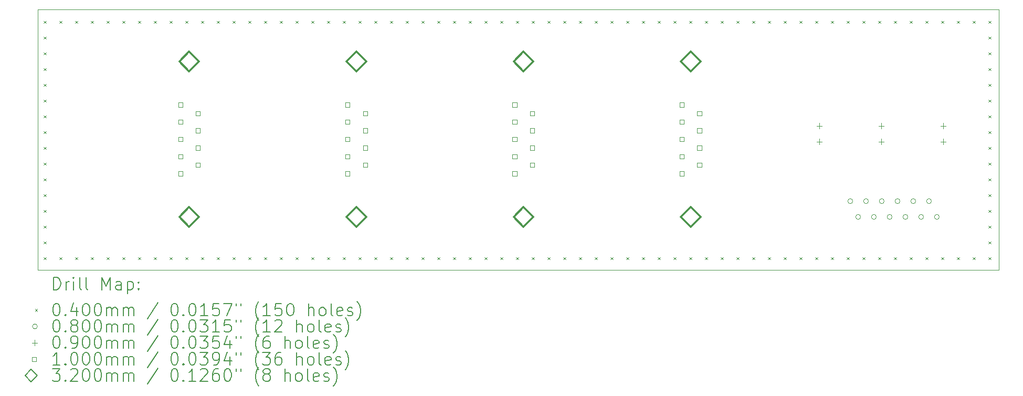
<source format=gbr>
%TF.GenerationSoftware,KiCad,Pcbnew,8.0.8*%
%TF.CreationDate,2025-02-08T12:45:57+01:00*%
%TF.ProjectId,OverlordInterface,4f766572-6c6f-4726-9449-6e7465726661,rev?*%
%TF.SameCoordinates,Original*%
%TF.FileFunction,Drillmap*%
%TF.FilePolarity,Positive*%
%FSLAX45Y45*%
G04 Gerber Fmt 4.5, Leading zero omitted, Abs format (unit mm)*
G04 Created by KiCad (PCBNEW 8.0.8) date 2025-02-08 12:45:57*
%MOMM*%
%LPD*%
G01*
G04 APERTURE LIST*
%ADD10C,0.100000*%
%ADD11C,0.200000*%
%ADD12C,0.320000*%
G04 APERTURE END LIST*
D10*
X7575000Y-7229000D02*
X23075000Y-7229000D01*
X23075000Y-11429000D01*
X7575000Y-11429000D01*
X7575000Y-7229000D01*
D11*
D10*
X7673000Y-7411000D02*
X7713000Y-7451000D01*
X7713000Y-7411000D02*
X7673000Y-7451000D01*
X7673000Y-7665000D02*
X7713000Y-7705000D01*
X7713000Y-7665000D02*
X7673000Y-7705000D01*
X7673000Y-7919000D02*
X7713000Y-7959000D01*
X7713000Y-7919000D02*
X7673000Y-7959000D01*
X7673000Y-8173000D02*
X7713000Y-8213000D01*
X7713000Y-8173000D02*
X7673000Y-8213000D01*
X7673000Y-8427000D02*
X7713000Y-8467000D01*
X7713000Y-8427000D02*
X7673000Y-8467000D01*
X7673000Y-8681000D02*
X7713000Y-8721000D01*
X7713000Y-8681000D02*
X7673000Y-8721000D01*
X7673000Y-8935000D02*
X7713000Y-8975000D01*
X7713000Y-8935000D02*
X7673000Y-8975000D01*
X7673000Y-9189000D02*
X7713000Y-9229000D01*
X7713000Y-9189000D02*
X7673000Y-9229000D01*
X7673000Y-9443000D02*
X7713000Y-9483000D01*
X7713000Y-9443000D02*
X7673000Y-9483000D01*
X7673000Y-9697000D02*
X7713000Y-9737000D01*
X7713000Y-9697000D02*
X7673000Y-9737000D01*
X7673000Y-9951000D02*
X7713000Y-9991000D01*
X7713000Y-9951000D02*
X7673000Y-9991000D01*
X7673000Y-10205000D02*
X7713000Y-10245000D01*
X7713000Y-10205000D02*
X7673000Y-10245000D01*
X7673000Y-10459000D02*
X7713000Y-10499000D01*
X7713000Y-10459000D02*
X7673000Y-10499000D01*
X7673000Y-10713000D02*
X7713000Y-10753000D01*
X7713000Y-10713000D02*
X7673000Y-10753000D01*
X7673000Y-10967000D02*
X7713000Y-11007000D01*
X7713000Y-10967000D02*
X7673000Y-11007000D01*
X7673000Y-11221000D02*
X7713000Y-11261000D01*
X7713000Y-11221000D02*
X7673000Y-11261000D01*
X7927000Y-7411000D02*
X7967000Y-7451000D01*
X7967000Y-7411000D02*
X7927000Y-7451000D01*
X7927000Y-11221000D02*
X7967000Y-11261000D01*
X7967000Y-11221000D02*
X7927000Y-11261000D01*
X8181000Y-7411000D02*
X8221000Y-7451000D01*
X8221000Y-7411000D02*
X8181000Y-7451000D01*
X8181000Y-11221000D02*
X8221000Y-11261000D01*
X8221000Y-11221000D02*
X8181000Y-11261000D01*
X8435000Y-7411000D02*
X8475000Y-7451000D01*
X8475000Y-7411000D02*
X8435000Y-7451000D01*
X8435000Y-11221000D02*
X8475000Y-11261000D01*
X8475000Y-11221000D02*
X8435000Y-11261000D01*
X8689000Y-7411000D02*
X8729000Y-7451000D01*
X8729000Y-7411000D02*
X8689000Y-7451000D01*
X8689000Y-11221000D02*
X8729000Y-11261000D01*
X8729000Y-11221000D02*
X8689000Y-11261000D01*
X8943000Y-7411000D02*
X8983000Y-7451000D01*
X8983000Y-7411000D02*
X8943000Y-7451000D01*
X8943000Y-11221000D02*
X8983000Y-11261000D01*
X8983000Y-11221000D02*
X8943000Y-11261000D01*
X9197000Y-7411000D02*
X9237000Y-7451000D01*
X9237000Y-7411000D02*
X9197000Y-7451000D01*
X9197000Y-11221000D02*
X9237000Y-11261000D01*
X9237000Y-11221000D02*
X9197000Y-11261000D01*
X9451000Y-7411000D02*
X9491000Y-7451000D01*
X9491000Y-7411000D02*
X9451000Y-7451000D01*
X9451000Y-11221000D02*
X9491000Y-11261000D01*
X9491000Y-11221000D02*
X9451000Y-11261000D01*
X9705000Y-7411000D02*
X9745000Y-7451000D01*
X9745000Y-7411000D02*
X9705000Y-7451000D01*
X9705000Y-11221000D02*
X9745000Y-11261000D01*
X9745000Y-11221000D02*
X9705000Y-11261000D01*
X9959000Y-7411000D02*
X9999000Y-7451000D01*
X9999000Y-7411000D02*
X9959000Y-7451000D01*
X9959000Y-11221000D02*
X9999000Y-11261000D01*
X9999000Y-11221000D02*
X9959000Y-11261000D01*
X10213000Y-7411000D02*
X10253000Y-7451000D01*
X10253000Y-7411000D02*
X10213000Y-7451000D01*
X10213000Y-11221000D02*
X10253000Y-11261000D01*
X10253000Y-11221000D02*
X10213000Y-11261000D01*
X10467000Y-7411000D02*
X10507000Y-7451000D01*
X10507000Y-7411000D02*
X10467000Y-7451000D01*
X10467000Y-11221000D02*
X10507000Y-11261000D01*
X10507000Y-11221000D02*
X10467000Y-11261000D01*
X10721000Y-7411000D02*
X10761000Y-7451000D01*
X10761000Y-7411000D02*
X10721000Y-7451000D01*
X10721000Y-11221000D02*
X10761000Y-11261000D01*
X10761000Y-11221000D02*
X10721000Y-11261000D01*
X10975000Y-7411000D02*
X11015000Y-7451000D01*
X11015000Y-7411000D02*
X10975000Y-7451000D01*
X10975000Y-11221000D02*
X11015000Y-11261000D01*
X11015000Y-11221000D02*
X10975000Y-11261000D01*
X11229000Y-7411000D02*
X11269000Y-7451000D01*
X11269000Y-7411000D02*
X11229000Y-7451000D01*
X11229000Y-11221000D02*
X11269000Y-11261000D01*
X11269000Y-11221000D02*
X11229000Y-11261000D01*
X11483000Y-7411000D02*
X11523000Y-7451000D01*
X11523000Y-7411000D02*
X11483000Y-7451000D01*
X11483000Y-11221000D02*
X11523000Y-11261000D01*
X11523000Y-11221000D02*
X11483000Y-11261000D01*
X11737000Y-7411000D02*
X11777000Y-7451000D01*
X11777000Y-7411000D02*
X11737000Y-7451000D01*
X11737000Y-11221000D02*
X11777000Y-11261000D01*
X11777000Y-11221000D02*
X11737000Y-11261000D01*
X11991000Y-7411000D02*
X12031000Y-7451000D01*
X12031000Y-7411000D02*
X11991000Y-7451000D01*
X11991000Y-11221000D02*
X12031000Y-11261000D01*
X12031000Y-11221000D02*
X11991000Y-11261000D01*
X12245000Y-7411000D02*
X12285000Y-7451000D01*
X12285000Y-7411000D02*
X12245000Y-7451000D01*
X12245000Y-11221000D02*
X12285000Y-11261000D01*
X12285000Y-11221000D02*
X12245000Y-11261000D01*
X12499000Y-7411000D02*
X12539000Y-7451000D01*
X12539000Y-7411000D02*
X12499000Y-7451000D01*
X12499000Y-11221000D02*
X12539000Y-11261000D01*
X12539000Y-11221000D02*
X12499000Y-11261000D01*
X12753000Y-7411000D02*
X12793000Y-7451000D01*
X12793000Y-7411000D02*
X12753000Y-7451000D01*
X12753000Y-11221000D02*
X12793000Y-11261000D01*
X12793000Y-11221000D02*
X12753000Y-11261000D01*
X13007000Y-7411000D02*
X13047000Y-7451000D01*
X13047000Y-7411000D02*
X13007000Y-7451000D01*
X13007000Y-11221000D02*
X13047000Y-11261000D01*
X13047000Y-11221000D02*
X13007000Y-11261000D01*
X13261000Y-7411000D02*
X13301000Y-7451000D01*
X13301000Y-7411000D02*
X13261000Y-7451000D01*
X13261000Y-11221000D02*
X13301000Y-11261000D01*
X13301000Y-11221000D02*
X13261000Y-11261000D01*
X13515000Y-7411000D02*
X13555000Y-7451000D01*
X13555000Y-7411000D02*
X13515000Y-7451000D01*
X13515000Y-11221000D02*
X13555000Y-11261000D01*
X13555000Y-11221000D02*
X13515000Y-11261000D01*
X13769000Y-7411000D02*
X13809000Y-7451000D01*
X13809000Y-7411000D02*
X13769000Y-7451000D01*
X13769000Y-11221000D02*
X13809000Y-11261000D01*
X13809000Y-11221000D02*
X13769000Y-11261000D01*
X14023000Y-7411000D02*
X14063000Y-7451000D01*
X14063000Y-7411000D02*
X14023000Y-7451000D01*
X14023000Y-11221000D02*
X14063000Y-11261000D01*
X14063000Y-11221000D02*
X14023000Y-11261000D01*
X14277000Y-7411000D02*
X14317000Y-7451000D01*
X14317000Y-7411000D02*
X14277000Y-7451000D01*
X14277000Y-11221000D02*
X14317000Y-11261000D01*
X14317000Y-11221000D02*
X14277000Y-11261000D01*
X14531000Y-7411000D02*
X14571000Y-7451000D01*
X14571000Y-7411000D02*
X14531000Y-7451000D01*
X14531000Y-11221000D02*
X14571000Y-11261000D01*
X14571000Y-11221000D02*
X14531000Y-11261000D01*
X14785000Y-7411000D02*
X14825000Y-7451000D01*
X14825000Y-7411000D02*
X14785000Y-7451000D01*
X14785000Y-11221000D02*
X14825000Y-11261000D01*
X14825000Y-11221000D02*
X14785000Y-11261000D01*
X15039000Y-7411000D02*
X15079000Y-7451000D01*
X15079000Y-7411000D02*
X15039000Y-7451000D01*
X15039000Y-11221000D02*
X15079000Y-11261000D01*
X15079000Y-11221000D02*
X15039000Y-11261000D01*
X15293000Y-7411000D02*
X15333000Y-7451000D01*
X15333000Y-7411000D02*
X15293000Y-7451000D01*
X15293000Y-11221000D02*
X15333000Y-11261000D01*
X15333000Y-11221000D02*
X15293000Y-11261000D01*
X15547000Y-7411000D02*
X15587000Y-7451000D01*
X15587000Y-7411000D02*
X15547000Y-7451000D01*
X15547000Y-11221000D02*
X15587000Y-11261000D01*
X15587000Y-11221000D02*
X15547000Y-11261000D01*
X15801000Y-7411000D02*
X15841000Y-7451000D01*
X15841000Y-7411000D02*
X15801000Y-7451000D01*
X15801000Y-11221000D02*
X15841000Y-11261000D01*
X15841000Y-11221000D02*
X15801000Y-11261000D01*
X16055000Y-7411000D02*
X16095000Y-7451000D01*
X16095000Y-7411000D02*
X16055000Y-7451000D01*
X16055000Y-11221000D02*
X16095000Y-11261000D01*
X16095000Y-11221000D02*
X16055000Y-11261000D01*
X16309000Y-7411000D02*
X16349000Y-7451000D01*
X16349000Y-7411000D02*
X16309000Y-7451000D01*
X16309000Y-11221000D02*
X16349000Y-11261000D01*
X16349000Y-11221000D02*
X16309000Y-11261000D01*
X16563000Y-7411000D02*
X16603000Y-7451000D01*
X16603000Y-7411000D02*
X16563000Y-7451000D01*
X16563000Y-11221000D02*
X16603000Y-11261000D01*
X16603000Y-11221000D02*
X16563000Y-11261000D01*
X16817000Y-7411000D02*
X16857000Y-7451000D01*
X16857000Y-7411000D02*
X16817000Y-7451000D01*
X16817000Y-11221000D02*
X16857000Y-11261000D01*
X16857000Y-11221000D02*
X16817000Y-11261000D01*
X17071000Y-7411000D02*
X17111000Y-7451000D01*
X17111000Y-7411000D02*
X17071000Y-7451000D01*
X17071000Y-11221000D02*
X17111000Y-11261000D01*
X17111000Y-11221000D02*
X17071000Y-11261000D01*
X17325000Y-7411000D02*
X17365000Y-7451000D01*
X17365000Y-7411000D02*
X17325000Y-7451000D01*
X17325000Y-11221000D02*
X17365000Y-11261000D01*
X17365000Y-11221000D02*
X17325000Y-11261000D01*
X17579000Y-7411000D02*
X17619000Y-7451000D01*
X17619000Y-7411000D02*
X17579000Y-7451000D01*
X17579000Y-11221000D02*
X17619000Y-11261000D01*
X17619000Y-11221000D02*
X17579000Y-11261000D01*
X17833000Y-7411000D02*
X17873000Y-7451000D01*
X17873000Y-7411000D02*
X17833000Y-7451000D01*
X17833000Y-11221000D02*
X17873000Y-11261000D01*
X17873000Y-11221000D02*
X17833000Y-11261000D01*
X18087000Y-7411000D02*
X18127000Y-7451000D01*
X18127000Y-7411000D02*
X18087000Y-7451000D01*
X18087000Y-11221000D02*
X18127000Y-11261000D01*
X18127000Y-11221000D02*
X18087000Y-11261000D01*
X18341000Y-7411000D02*
X18381000Y-7451000D01*
X18381000Y-7411000D02*
X18341000Y-7451000D01*
X18341000Y-11221000D02*
X18381000Y-11261000D01*
X18381000Y-11221000D02*
X18341000Y-11261000D01*
X18595000Y-7411000D02*
X18635000Y-7451000D01*
X18635000Y-7411000D02*
X18595000Y-7451000D01*
X18595000Y-11221000D02*
X18635000Y-11261000D01*
X18635000Y-11221000D02*
X18595000Y-11261000D01*
X18849000Y-7411000D02*
X18889000Y-7451000D01*
X18889000Y-7411000D02*
X18849000Y-7451000D01*
X18849000Y-11221000D02*
X18889000Y-11261000D01*
X18889000Y-11221000D02*
X18849000Y-11261000D01*
X19103000Y-7411000D02*
X19143000Y-7451000D01*
X19143000Y-7411000D02*
X19103000Y-7451000D01*
X19103000Y-11221000D02*
X19143000Y-11261000D01*
X19143000Y-11221000D02*
X19103000Y-11261000D01*
X19357000Y-7411000D02*
X19397000Y-7451000D01*
X19397000Y-7411000D02*
X19357000Y-7451000D01*
X19357000Y-11221000D02*
X19397000Y-11261000D01*
X19397000Y-11221000D02*
X19357000Y-11261000D01*
X19611000Y-7411000D02*
X19651000Y-7451000D01*
X19651000Y-7411000D02*
X19611000Y-7451000D01*
X19611000Y-11221000D02*
X19651000Y-11261000D01*
X19651000Y-11221000D02*
X19611000Y-11261000D01*
X19865000Y-7411000D02*
X19905000Y-7451000D01*
X19905000Y-7411000D02*
X19865000Y-7451000D01*
X19865000Y-11221000D02*
X19905000Y-11261000D01*
X19905000Y-11221000D02*
X19865000Y-11261000D01*
X20119000Y-7411000D02*
X20159000Y-7451000D01*
X20159000Y-7411000D02*
X20119000Y-7451000D01*
X20119000Y-11221000D02*
X20159000Y-11261000D01*
X20159000Y-11221000D02*
X20119000Y-11261000D01*
X20373000Y-7411000D02*
X20413000Y-7451000D01*
X20413000Y-7411000D02*
X20373000Y-7451000D01*
X20373000Y-11221000D02*
X20413000Y-11261000D01*
X20413000Y-11221000D02*
X20373000Y-11261000D01*
X20627000Y-7411000D02*
X20667000Y-7451000D01*
X20667000Y-7411000D02*
X20627000Y-7451000D01*
X20627000Y-11221000D02*
X20667000Y-11261000D01*
X20667000Y-11221000D02*
X20627000Y-11261000D01*
X20881000Y-7411000D02*
X20921000Y-7451000D01*
X20921000Y-7411000D02*
X20881000Y-7451000D01*
X20881000Y-11221000D02*
X20921000Y-11261000D01*
X20921000Y-11221000D02*
X20881000Y-11261000D01*
X21135000Y-7411000D02*
X21175000Y-7451000D01*
X21175000Y-7411000D02*
X21135000Y-7451000D01*
X21135000Y-11221000D02*
X21175000Y-11261000D01*
X21175000Y-11221000D02*
X21135000Y-11261000D01*
X21389000Y-7411000D02*
X21429000Y-7451000D01*
X21429000Y-7411000D02*
X21389000Y-7451000D01*
X21389000Y-11221000D02*
X21429000Y-11261000D01*
X21429000Y-11221000D02*
X21389000Y-11261000D01*
X21643000Y-7411000D02*
X21683000Y-7451000D01*
X21683000Y-7411000D02*
X21643000Y-7451000D01*
X21643000Y-11221000D02*
X21683000Y-11261000D01*
X21683000Y-11221000D02*
X21643000Y-11261000D01*
X21897000Y-7411000D02*
X21937000Y-7451000D01*
X21937000Y-7411000D02*
X21897000Y-7451000D01*
X21897000Y-11221000D02*
X21937000Y-11261000D01*
X21937000Y-11221000D02*
X21897000Y-11261000D01*
X22151000Y-7411000D02*
X22191000Y-7451000D01*
X22191000Y-7411000D02*
X22151000Y-7451000D01*
X22151000Y-11221000D02*
X22191000Y-11261000D01*
X22191000Y-11221000D02*
X22151000Y-11261000D01*
X22405000Y-7411000D02*
X22445000Y-7451000D01*
X22445000Y-7411000D02*
X22405000Y-7451000D01*
X22405000Y-11221000D02*
X22445000Y-11261000D01*
X22445000Y-11221000D02*
X22405000Y-11261000D01*
X22659000Y-7411000D02*
X22699000Y-7451000D01*
X22699000Y-7411000D02*
X22659000Y-7451000D01*
X22659000Y-11221000D02*
X22699000Y-11261000D01*
X22699000Y-11221000D02*
X22659000Y-11261000D01*
X22913000Y-7411000D02*
X22953000Y-7451000D01*
X22953000Y-7411000D02*
X22913000Y-7451000D01*
X22913000Y-7665000D02*
X22953000Y-7705000D01*
X22953000Y-7665000D02*
X22913000Y-7705000D01*
X22913000Y-7919000D02*
X22953000Y-7959000D01*
X22953000Y-7919000D02*
X22913000Y-7959000D01*
X22913000Y-8173000D02*
X22953000Y-8213000D01*
X22953000Y-8173000D02*
X22913000Y-8213000D01*
X22913000Y-8427000D02*
X22953000Y-8467000D01*
X22953000Y-8427000D02*
X22913000Y-8467000D01*
X22913000Y-8681000D02*
X22953000Y-8721000D01*
X22953000Y-8681000D02*
X22913000Y-8721000D01*
X22913000Y-8935000D02*
X22953000Y-8975000D01*
X22953000Y-8935000D02*
X22913000Y-8975000D01*
X22913000Y-9189000D02*
X22953000Y-9229000D01*
X22953000Y-9189000D02*
X22913000Y-9229000D01*
X22913000Y-9443000D02*
X22953000Y-9483000D01*
X22953000Y-9443000D02*
X22913000Y-9483000D01*
X22913000Y-9697000D02*
X22953000Y-9737000D01*
X22953000Y-9697000D02*
X22913000Y-9737000D01*
X22913000Y-9951000D02*
X22953000Y-9991000D01*
X22953000Y-9951000D02*
X22913000Y-9991000D01*
X22913000Y-10205000D02*
X22953000Y-10245000D01*
X22953000Y-10205000D02*
X22913000Y-10245000D01*
X22913000Y-10459000D02*
X22953000Y-10499000D01*
X22953000Y-10459000D02*
X22913000Y-10499000D01*
X22913000Y-10713000D02*
X22953000Y-10753000D01*
X22953000Y-10713000D02*
X22913000Y-10753000D01*
X22913000Y-10967000D02*
X22953000Y-11007000D01*
X22953000Y-10967000D02*
X22913000Y-11007000D01*
X22913000Y-11221000D02*
X22953000Y-11261000D01*
X22953000Y-11221000D02*
X22913000Y-11261000D01*
X20722000Y-10319000D02*
G75*
G02*
X20642000Y-10319000I-40000J0D01*
G01*
X20642000Y-10319000D02*
G75*
G02*
X20722000Y-10319000I40000J0D01*
G01*
X20849000Y-10573000D02*
G75*
G02*
X20769000Y-10573000I-40000J0D01*
G01*
X20769000Y-10573000D02*
G75*
G02*
X20849000Y-10573000I40000J0D01*
G01*
X20976000Y-10319000D02*
G75*
G02*
X20896000Y-10319000I-40000J0D01*
G01*
X20896000Y-10319000D02*
G75*
G02*
X20976000Y-10319000I40000J0D01*
G01*
X21103000Y-10573000D02*
G75*
G02*
X21023000Y-10573000I-40000J0D01*
G01*
X21023000Y-10573000D02*
G75*
G02*
X21103000Y-10573000I40000J0D01*
G01*
X21230000Y-10319000D02*
G75*
G02*
X21150000Y-10319000I-40000J0D01*
G01*
X21150000Y-10319000D02*
G75*
G02*
X21230000Y-10319000I40000J0D01*
G01*
X21357000Y-10573000D02*
G75*
G02*
X21277000Y-10573000I-40000J0D01*
G01*
X21277000Y-10573000D02*
G75*
G02*
X21357000Y-10573000I40000J0D01*
G01*
X21484000Y-10319000D02*
G75*
G02*
X21404000Y-10319000I-40000J0D01*
G01*
X21404000Y-10319000D02*
G75*
G02*
X21484000Y-10319000I40000J0D01*
G01*
X21611000Y-10573000D02*
G75*
G02*
X21531000Y-10573000I-40000J0D01*
G01*
X21531000Y-10573000D02*
G75*
G02*
X21611000Y-10573000I40000J0D01*
G01*
X21738000Y-10319000D02*
G75*
G02*
X21658000Y-10319000I-40000J0D01*
G01*
X21658000Y-10319000D02*
G75*
G02*
X21738000Y-10319000I40000J0D01*
G01*
X21865000Y-10573000D02*
G75*
G02*
X21785000Y-10573000I-40000J0D01*
G01*
X21785000Y-10573000D02*
G75*
G02*
X21865000Y-10573000I40000J0D01*
G01*
X21992000Y-10319000D02*
G75*
G02*
X21912000Y-10319000I-40000J0D01*
G01*
X21912000Y-10319000D02*
G75*
G02*
X21992000Y-10319000I40000J0D01*
G01*
X22119000Y-10573000D02*
G75*
G02*
X22039000Y-10573000I-40000J0D01*
G01*
X22039000Y-10573000D02*
G75*
G02*
X22119000Y-10573000I40000J0D01*
G01*
X20183000Y-9060500D02*
X20183000Y-9150500D01*
X20138000Y-9105500D02*
X20228000Y-9105500D01*
X20183000Y-9314500D02*
X20183000Y-9404500D01*
X20138000Y-9359500D02*
X20228000Y-9359500D01*
X21183000Y-9060500D02*
X21183000Y-9150500D01*
X21138000Y-9105500D02*
X21228000Y-9105500D01*
X21183000Y-9314500D02*
X21183000Y-9404500D01*
X21138000Y-9359500D02*
X21228000Y-9359500D01*
X22183000Y-9060500D02*
X22183000Y-9150500D01*
X22138000Y-9105500D02*
X22228000Y-9105500D01*
X22183000Y-9314500D02*
X22183000Y-9404500D01*
X22138000Y-9359500D02*
X22228000Y-9359500D01*
X9912356Y-8800856D02*
X9912356Y-8730144D01*
X9841644Y-8730144D01*
X9841644Y-8800856D01*
X9912356Y-8800856D01*
X9912356Y-9077856D02*
X9912356Y-9007144D01*
X9841644Y-9007144D01*
X9841644Y-9077856D01*
X9912356Y-9077856D01*
X9912356Y-9354856D02*
X9912356Y-9284144D01*
X9841644Y-9284144D01*
X9841644Y-9354856D01*
X9912356Y-9354856D01*
X9912356Y-9631856D02*
X9912356Y-9561144D01*
X9841644Y-9561144D01*
X9841644Y-9631856D01*
X9912356Y-9631856D01*
X9912356Y-9908856D02*
X9912356Y-9838144D01*
X9841644Y-9838144D01*
X9841644Y-9908856D01*
X9912356Y-9908856D01*
X10196356Y-8939356D02*
X10196356Y-8868644D01*
X10125644Y-8868644D01*
X10125644Y-8939356D01*
X10196356Y-8939356D01*
X10196356Y-9216356D02*
X10196356Y-9145644D01*
X10125644Y-9145644D01*
X10125644Y-9216356D01*
X10196356Y-9216356D01*
X10196356Y-9493356D02*
X10196356Y-9422644D01*
X10125644Y-9422644D01*
X10125644Y-9493356D01*
X10196356Y-9493356D01*
X10196356Y-9770356D02*
X10196356Y-9699644D01*
X10125644Y-9699644D01*
X10125644Y-9770356D01*
X10196356Y-9770356D01*
X12608689Y-8800856D02*
X12608689Y-8730144D01*
X12537978Y-8730144D01*
X12537978Y-8800856D01*
X12608689Y-8800856D01*
X12608689Y-9077856D02*
X12608689Y-9007144D01*
X12537978Y-9007144D01*
X12537978Y-9077856D01*
X12608689Y-9077856D01*
X12608689Y-9354856D02*
X12608689Y-9284144D01*
X12537978Y-9284144D01*
X12537978Y-9354856D01*
X12608689Y-9354856D01*
X12608689Y-9631856D02*
X12608689Y-9561144D01*
X12537978Y-9561144D01*
X12537978Y-9631856D01*
X12608689Y-9631856D01*
X12608689Y-9908856D02*
X12608689Y-9838144D01*
X12537978Y-9838144D01*
X12537978Y-9908856D01*
X12608689Y-9908856D01*
X12892689Y-8939356D02*
X12892689Y-8868644D01*
X12821978Y-8868644D01*
X12821978Y-8939356D01*
X12892689Y-8939356D01*
X12892689Y-9216356D02*
X12892689Y-9145644D01*
X12821978Y-9145644D01*
X12821978Y-9216356D01*
X12892689Y-9216356D01*
X12892689Y-9493356D02*
X12892689Y-9422644D01*
X12821978Y-9422644D01*
X12821978Y-9493356D01*
X12892689Y-9493356D01*
X12892689Y-9770356D02*
X12892689Y-9699644D01*
X12821978Y-9699644D01*
X12821978Y-9770356D01*
X12892689Y-9770356D01*
X15305022Y-8800856D02*
X15305022Y-8730144D01*
X15234311Y-8730144D01*
X15234311Y-8800856D01*
X15305022Y-8800856D01*
X15305022Y-9077856D02*
X15305022Y-9007144D01*
X15234311Y-9007144D01*
X15234311Y-9077856D01*
X15305022Y-9077856D01*
X15305022Y-9354856D02*
X15305022Y-9284144D01*
X15234311Y-9284144D01*
X15234311Y-9354856D01*
X15305022Y-9354856D01*
X15305022Y-9631856D02*
X15305022Y-9561144D01*
X15234311Y-9561144D01*
X15234311Y-9631856D01*
X15305022Y-9631856D01*
X15305022Y-9908856D02*
X15305022Y-9838144D01*
X15234311Y-9838144D01*
X15234311Y-9908856D01*
X15305022Y-9908856D01*
X15589022Y-8939356D02*
X15589022Y-8868644D01*
X15518311Y-8868644D01*
X15518311Y-8939356D01*
X15589022Y-8939356D01*
X15589022Y-9216356D02*
X15589022Y-9145644D01*
X15518311Y-9145644D01*
X15518311Y-9216356D01*
X15589022Y-9216356D01*
X15589022Y-9493356D02*
X15589022Y-9422644D01*
X15518311Y-9422644D01*
X15518311Y-9493356D01*
X15589022Y-9493356D01*
X15589022Y-9770356D02*
X15589022Y-9699644D01*
X15518311Y-9699644D01*
X15518311Y-9770356D01*
X15589022Y-9770356D01*
X18001356Y-8800856D02*
X18001356Y-8730144D01*
X17930644Y-8730144D01*
X17930644Y-8800856D01*
X18001356Y-8800856D01*
X18001356Y-9077856D02*
X18001356Y-9007144D01*
X17930644Y-9007144D01*
X17930644Y-9077856D01*
X18001356Y-9077856D01*
X18001356Y-9354856D02*
X18001356Y-9284144D01*
X17930644Y-9284144D01*
X17930644Y-9354856D01*
X18001356Y-9354856D01*
X18001356Y-9631856D02*
X18001356Y-9561144D01*
X17930644Y-9561144D01*
X17930644Y-9631856D01*
X18001356Y-9631856D01*
X18001356Y-9908856D02*
X18001356Y-9838144D01*
X17930644Y-9838144D01*
X17930644Y-9908856D01*
X18001356Y-9908856D01*
X18285356Y-8939356D02*
X18285356Y-8868644D01*
X18214644Y-8868644D01*
X18214644Y-8939356D01*
X18285356Y-8939356D01*
X18285356Y-9216356D02*
X18285356Y-9145644D01*
X18214644Y-9145644D01*
X18214644Y-9216356D01*
X18285356Y-9216356D01*
X18285356Y-9493356D02*
X18285356Y-9422644D01*
X18214644Y-9422644D01*
X18214644Y-9493356D01*
X18285356Y-9493356D01*
X18285356Y-9770356D02*
X18285356Y-9699644D01*
X18214644Y-9699644D01*
X18214644Y-9770356D01*
X18285356Y-9770356D01*
D12*
X10019000Y-8229500D02*
X10179000Y-8069500D01*
X10019000Y-7909500D01*
X9859000Y-8069500D01*
X10019000Y-8229500D01*
X10019000Y-10729500D02*
X10179000Y-10569500D01*
X10019000Y-10409500D01*
X9859000Y-10569500D01*
X10019000Y-10729500D01*
X12715333Y-8229500D02*
X12875333Y-8069500D01*
X12715333Y-7909500D01*
X12555333Y-8069500D01*
X12715333Y-8229500D01*
X12715333Y-10729500D02*
X12875333Y-10569500D01*
X12715333Y-10409500D01*
X12555333Y-10569500D01*
X12715333Y-10729500D01*
X15411667Y-8229500D02*
X15571667Y-8069500D01*
X15411667Y-7909500D01*
X15251667Y-8069500D01*
X15411667Y-8229500D01*
X15411667Y-10729500D02*
X15571667Y-10569500D01*
X15411667Y-10409500D01*
X15251667Y-10569500D01*
X15411667Y-10729500D01*
X18108000Y-8229500D02*
X18268000Y-8069500D01*
X18108000Y-7909500D01*
X17948000Y-8069500D01*
X18108000Y-8229500D01*
X18108000Y-10729500D02*
X18268000Y-10569500D01*
X18108000Y-10409500D01*
X17948000Y-10569500D01*
X18108000Y-10729500D01*
D11*
X7830777Y-11745484D02*
X7830777Y-11545484D01*
X7830777Y-11545484D02*
X7878396Y-11545484D01*
X7878396Y-11545484D02*
X7906967Y-11555008D01*
X7906967Y-11555008D02*
X7926015Y-11574055D01*
X7926015Y-11574055D02*
X7935539Y-11593103D01*
X7935539Y-11593103D02*
X7945062Y-11631198D01*
X7945062Y-11631198D02*
X7945062Y-11659769D01*
X7945062Y-11659769D02*
X7935539Y-11697865D01*
X7935539Y-11697865D02*
X7926015Y-11716912D01*
X7926015Y-11716912D02*
X7906967Y-11735960D01*
X7906967Y-11735960D02*
X7878396Y-11745484D01*
X7878396Y-11745484D02*
X7830777Y-11745484D01*
X8030777Y-11745484D02*
X8030777Y-11612150D01*
X8030777Y-11650246D02*
X8040301Y-11631198D01*
X8040301Y-11631198D02*
X8049824Y-11621674D01*
X8049824Y-11621674D02*
X8068872Y-11612150D01*
X8068872Y-11612150D02*
X8087920Y-11612150D01*
X8154586Y-11745484D02*
X8154586Y-11612150D01*
X8154586Y-11545484D02*
X8145062Y-11555008D01*
X8145062Y-11555008D02*
X8154586Y-11564531D01*
X8154586Y-11564531D02*
X8164110Y-11555008D01*
X8164110Y-11555008D02*
X8154586Y-11545484D01*
X8154586Y-11545484D02*
X8154586Y-11564531D01*
X8278396Y-11745484D02*
X8259348Y-11735960D01*
X8259348Y-11735960D02*
X8249824Y-11716912D01*
X8249824Y-11716912D02*
X8249824Y-11545484D01*
X8383158Y-11745484D02*
X8364110Y-11735960D01*
X8364110Y-11735960D02*
X8354586Y-11716912D01*
X8354586Y-11716912D02*
X8354586Y-11545484D01*
X8611729Y-11745484D02*
X8611729Y-11545484D01*
X8611729Y-11545484D02*
X8678396Y-11688341D01*
X8678396Y-11688341D02*
X8745063Y-11545484D01*
X8745063Y-11545484D02*
X8745063Y-11745484D01*
X8926015Y-11745484D02*
X8926015Y-11640722D01*
X8926015Y-11640722D02*
X8916491Y-11621674D01*
X8916491Y-11621674D02*
X8897444Y-11612150D01*
X8897444Y-11612150D02*
X8859348Y-11612150D01*
X8859348Y-11612150D02*
X8840301Y-11621674D01*
X8926015Y-11735960D02*
X8906967Y-11745484D01*
X8906967Y-11745484D02*
X8859348Y-11745484D01*
X8859348Y-11745484D02*
X8840301Y-11735960D01*
X8840301Y-11735960D02*
X8830777Y-11716912D01*
X8830777Y-11716912D02*
X8830777Y-11697865D01*
X8830777Y-11697865D02*
X8840301Y-11678817D01*
X8840301Y-11678817D02*
X8859348Y-11669293D01*
X8859348Y-11669293D02*
X8906967Y-11669293D01*
X8906967Y-11669293D02*
X8926015Y-11659769D01*
X9021253Y-11612150D02*
X9021253Y-11812150D01*
X9021253Y-11621674D02*
X9040301Y-11612150D01*
X9040301Y-11612150D02*
X9078396Y-11612150D01*
X9078396Y-11612150D02*
X9097444Y-11621674D01*
X9097444Y-11621674D02*
X9106967Y-11631198D01*
X9106967Y-11631198D02*
X9116491Y-11650246D01*
X9116491Y-11650246D02*
X9116491Y-11707388D01*
X9116491Y-11707388D02*
X9106967Y-11726436D01*
X9106967Y-11726436D02*
X9097444Y-11735960D01*
X9097444Y-11735960D02*
X9078396Y-11745484D01*
X9078396Y-11745484D02*
X9040301Y-11745484D01*
X9040301Y-11745484D02*
X9021253Y-11735960D01*
X9202205Y-11726436D02*
X9211729Y-11735960D01*
X9211729Y-11735960D02*
X9202205Y-11745484D01*
X9202205Y-11745484D02*
X9192682Y-11735960D01*
X9192682Y-11735960D02*
X9202205Y-11726436D01*
X9202205Y-11726436D02*
X9202205Y-11745484D01*
X9202205Y-11621674D02*
X9211729Y-11631198D01*
X9211729Y-11631198D02*
X9202205Y-11640722D01*
X9202205Y-11640722D02*
X9192682Y-11631198D01*
X9192682Y-11631198D02*
X9202205Y-11621674D01*
X9202205Y-11621674D02*
X9202205Y-11640722D01*
D10*
X7530000Y-12054000D02*
X7570000Y-12094000D01*
X7570000Y-12054000D02*
X7530000Y-12094000D01*
D11*
X7868872Y-11965484D02*
X7887920Y-11965484D01*
X7887920Y-11965484D02*
X7906967Y-11975008D01*
X7906967Y-11975008D02*
X7916491Y-11984531D01*
X7916491Y-11984531D02*
X7926015Y-12003579D01*
X7926015Y-12003579D02*
X7935539Y-12041674D01*
X7935539Y-12041674D02*
X7935539Y-12089293D01*
X7935539Y-12089293D02*
X7926015Y-12127388D01*
X7926015Y-12127388D02*
X7916491Y-12146436D01*
X7916491Y-12146436D02*
X7906967Y-12155960D01*
X7906967Y-12155960D02*
X7887920Y-12165484D01*
X7887920Y-12165484D02*
X7868872Y-12165484D01*
X7868872Y-12165484D02*
X7849824Y-12155960D01*
X7849824Y-12155960D02*
X7840301Y-12146436D01*
X7840301Y-12146436D02*
X7830777Y-12127388D01*
X7830777Y-12127388D02*
X7821253Y-12089293D01*
X7821253Y-12089293D02*
X7821253Y-12041674D01*
X7821253Y-12041674D02*
X7830777Y-12003579D01*
X7830777Y-12003579D02*
X7840301Y-11984531D01*
X7840301Y-11984531D02*
X7849824Y-11975008D01*
X7849824Y-11975008D02*
X7868872Y-11965484D01*
X8021253Y-12146436D02*
X8030777Y-12155960D01*
X8030777Y-12155960D02*
X8021253Y-12165484D01*
X8021253Y-12165484D02*
X8011729Y-12155960D01*
X8011729Y-12155960D02*
X8021253Y-12146436D01*
X8021253Y-12146436D02*
X8021253Y-12165484D01*
X8202205Y-12032150D02*
X8202205Y-12165484D01*
X8154586Y-11955960D02*
X8106967Y-12098817D01*
X8106967Y-12098817D02*
X8230777Y-12098817D01*
X8345062Y-11965484D02*
X8364110Y-11965484D01*
X8364110Y-11965484D02*
X8383158Y-11975008D01*
X8383158Y-11975008D02*
X8392682Y-11984531D01*
X8392682Y-11984531D02*
X8402205Y-12003579D01*
X8402205Y-12003579D02*
X8411729Y-12041674D01*
X8411729Y-12041674D02*
X8411729Y-12089293D01*
X8411729Y-12089293D02*
X8402205Y-12127388D01*
X8402205Y-12127388D02*
X8392682Y-12146436D01*
X8392682Y-12146436D02*
X8383158Y-12155960D01*
X8383158Y-12155960D02*
X8364110Y-12165484D01*
X8364110Y-12165484D02*
X8345062Y-12165484D01*
X8345062Y-12165484D02*
X8326015Y-12155960D01*
X8326015Y-12155960D02*
X8316491Y-12146436D01*
X8316491Y-12146436D02*
X8306967Y-12127388D01*
X8306967Y-12127388D02*
X8297443Y-12089293D01*
X8297443Y-12089293D02*
X8297443Y-12041674D01*
X8297443Y-12041674D02*
X8306967Y-12003579D01*
X8306967Y-12003579D02*
X8316491Y-11984531D01*
X8316491Y-11984531D02*
X8326015Y-11975008D01*
X8326015Y-11975008D02*
X8345062Y-11965484D01*
X8535539Y-11965484D02*
X8554586Y-11965484D01*
X8554586Y-11965484D02*
X8573634Y-11975008D01*
X8573634Y-11975008D02*
X8583158Y-11984531D01*
X8583158Y-11984531D02*
X8592682Y-12003579D01*
X8592682Y-12003579D02*
X8602205Y-12041674D01*
X8602205Y-12041674D02*
X8602205Y-12089293D01*
X8602205Y-12089293D02*
X8592682Y-12127388D01*
X8592682Y-12127388D02*
X8583158Y-12146436D01*
X8583158Y-12146436D02*
X8573634Y-12155960D01*
X8573634Y-12155960D02*
X8554586Y-12165484D01*
X8554586Y-12165484D02*
X8535539Y-12165484D01*
X8535539Y-12165484D02*
X8516491Y-12155960D01*
X8516491Y-12155960D02*
X8506967Y-12146436D01*
X8506967Y-12146436D02*
X8497444Y-12127388D01*
X8497444Y-12127388D02*
X8487920Y-12089293D01*
X8487920Y-12089293D02*
X8487920Y-12041674D01*
X8487920Y-12041674D02*
X8497444Y-12003579D01*
X8497444Y-12003579D02*
X8506967Y-11984531D01*
X8506967Y-11984531D02*
X8516491Y-11975008D01*
X8516491Y-11975008D02*
X8535539Y-11965484D01*
X8687920Y-12165484D02*
X8687920Y-12032150D01*
X8687920Y-12051198D02*
X8697444Y-12041674D01*
X8697444Y-12041674D02*
X8716491Y-12032150D01*
X8716491Y-12032150D02*
X8745063Y-12032150D01*
X8745063Y-12032150D02*
X8764110Y-12041674D01*
X8764110Y-12041674D02*
X8773634Y-12060722D01*
X8773634Y-12060722D02*
X8773634Y-12165484D01*
X8773634Y-12060722D02*
X8783158Y-12041674D01*
X8783158Y-12041674D02*
X8802205Y-12032150D01*
X8802205Y-12032150D02*
X8830777Y-12032150D01*
X8830777Y-12032150D02*
X8849825Y-12041674D01*
X8849825Y-12041674D02*
X8859348Y-12060722D01*
X8859348Y-12060722D02*
X8859348Y-12165484D01*
X8954586Y-12165484D02*
X8954586Y-12032150D01*
X8954586Y-12051198D02*
X8964110Y-12041674D01*
X8964110Y-12041674D02*
X8983158Y-12032150D01*
X8983158Y-12032150D02*
X9011729Y-12032150D01*
X9011729Y-12032150D02*
X9030777Y-12041674D01*
X9030777Y-12041674D02*
X9040301Y-12060722D01*
X9040301Y-12060722D02*
X9040301Y-12165484D01*
X9040301Y-12060722D02*
X9049825Y-12041674D01*
X9049825Y-12041674D02*
X9068872Y-12032150D01*
X9068872Y-12032150D02*
X9097444Y-12032150D01*
X9097444Y-12032150D02*
X9116491Y-12041674D01*
X9116491Y-12041674D02*
X9126015Y-12060722D01*
X9126015Y-12060722D02*
X9126015Y-12165484D01*
X9516491Y-11955960D02*
X9345063Y-12213103D01*
X9773634Y-11965484D02*
X9792682Y-11965484D01*
X9792682Y-11965484D02*
X9811729Y-11975008D01*
X9811729Y-11975008D02*
X9821253Y-11984531D01*
X9821253Y-11984531D02*
X9830777Y-12003579D01*
X9830777Y-12003579D02*
X9840301Y-12041674D01*
X9840301Y-12041674D02*
X9840301Y-12089293D01*
X9840301Y-12089293D02*
X9830777Y-12127388D01*
X9830777Y-12127388D02*
X9821253Y-12146436D01*
X9821253Y-12146436D02*
X9811729Y-12155960D01*
X9811729Y-12155960D02*
X9792682Y-12165484D01*
X9792682Y-12165484D02*
X9773634Y-12165484D01*
X9773634Y-12165484D02*
X9754587Y-12155960D01*
X9754587Y-12155960D02*
X9745063Y-12146436D01*
X9745063Y-12146436D02*
X9735539Y-12127388D01*
X9735539Y-12127388D02*
X9726015Y-12089293D01*
X9726015Y-12089293D02*
X9726015Y-12041674D01*
X9726015Y-12041674D02*
X9735539Y-12003579D01*
X9735539Y-12003579D02*
X9745063Y-11984531D01*
X9745063Y-11984531D02*
X9754587Y-11975008D01*
X9754587Y-11975008D02*
X9773634Y-11965484D01*
X9926015Y-12146436D02*
X9935539Y-12155960D01*
X9935539Y-12155960D02*
X9926015Y-12165484D01*
X9926015Y-12165484D02*
X9916491Y-12155960D01*
X9916491Y-12155960D02*
X9926015Y-12146436D01*
X9926015Y-12146436D02*
X9926015Y-12165484D01*
X10059348Y-11965484D02*
X10078396Y-11965484D01*
X10078396Y-11965484D02*
X10097444Y-11975008D01*
X10097444Y-11975008D02*
X10106968Y-11984531D01*
X10106968Y-11984531D02*
X10116491Y-12003579D01*
X10116491Y-12003579D02*
X10126015Y-12041674D01*
X10126015Y-12041674D02*
X10126015Y-12089293D01*
X10126015Y-12089293D02*
X10116491Y-12127388D01*
X10116491Y-12127388D02*
X10106968Y-12146436D01*
X10106968Y-12146436D02*
X10097444Y-12155960D01*
X10097444Y-12155960D02*
X10078396Y-12165484D01*
X10078396Y-12165484D02*
X10059348Y-12165484D01*
X10059348Y-12165484D02*
X10040301Y-12155960D01*
X10040301Y-12155960D02*
X10030777Y-12146436D01*
X10030777Y-12146436D02*
X10021253Y-12127388D01*
X10021253Y-12127388D02*
X10011729Y-12089293D01*
X10011729Y-12089293D02*
X10011729Y-12041674D01*
X10011729Y-12041674D02*
X10021253Y-12003579D01*
X10021253Y-12003579D02*
X10030777Y-11984531D01*
X10030777Y-11984531D02*
X10040301Y-11975008D01*
X10040301Y-11975008D02*
X10059348Y-11965484D01*
X10316491Y-12165484D02*
X10202206Y-12165484D01*
X10259348Y-12165484D02*
X10259348Y-11965484D01*
X10259348Y-11965484D02*
X10240301Y-11994055D01*
X10240301Y-11994055D02*
X10221253Y-12013103D01*
X10221253Y-12013103D02*
X10202206Y-12022627D01*
X10497444Y-11965484D02*
X10402206Y-11965484D01*
X10402206Y-11965484D02*
X10392682Y-12060722D01*
X10392682Y-12060722D02*
X10402206Y-12051198D01*
X10402206Y-12051198D02*
X10421253Y-12041674D01*
X10421253Y-12041674D02*
X10468872Y-12041674D01*
X10468872Y-12041674D02*
X10487920Y-12051198D01*
X10487920Y-12051198D02*
X10497444Y-12060722D01*
X10497444Y-12060722D02*
X10506968Y-12079769D01*
X10506968Y-12079769D02*
X10506968Y-12127388D01*
X10506968Y-12127388D02*
X10497444Y-12146436D01*
X10497444Y-12146436D02*
X10487920Y-12155960D01*
X10487920Y-12155960D02*
X10468872Y-12165484D01*
X10468872Y-12165484D02*
X10421253Y-12165484D01*
X10421253Y-12165484D02*
X10402206Y-12155960D01*
X10402206Y-12155960D02*
X10392682Y-12146436D01*
X10573634Y-11965484D02*
X10706968Y-11965484D01*
X10706968Y-11965484D02*
X10621253Y-12165484D01*
X10773634Y-11965484D02*
X10773634Y-12003579D01*
X10849825Y-11965484D02*
X10849825Y-12003579D01*
X11145063Y-12241674D02*
X11135539Y-12232150D01*
X11135539Y-12232150D02*
X11116491Y-12203579D01*
X11116491Y-12203579D02*
X11106968Y-12184531D01*
X11106968Y-12184531D02*
X11097444Y-12155960D01*
X11097444Y-12155960D02*
X11087920Y-12108341D01*
X11087920Y-12108341D02*
X11087920Y-12070246D01*
X11087920Y-12070246D02*
X11097444Y-12022627D01*
X11097444Y-12022627D02*
X11106968Y-11994055D01*
X11106968Y-11994055D02*
X11116491Y-11975008D01*
X11116491Y-11975008D02*
X11135539Y-11946436D01*
X11135539Y-11946436D02*
X11145063Y-11936912D01*
X11326015Y-12165484D02*
X11211729Y-12165484D01*
X11268872Y-12165484D02*
X11268872Y-11965484D01*
X11268872Y-11965484D02*
X11249825Y-11994055D01*
X11249825Y-11994055D02*
X11230777Y-12013103D01*
X11230777Y-12013103D02*
X11211729Y-12022627D01*
X11506968Y-11965484D02*
X11411729Y-11965484D01*
X11411729Y-11965484D02*
X11402206Y-12060722D01*
X11402206Y-12060722D02*
X11411729Y-12051198D01*
X11411729Y-12051198D02*
X11430777Y-12041674D01*
X11430777Y-12041674D02*
X11478396Y-12041674D01*
X11478396Y-12041674D02*
X11497444Y-12051198D01*
X11497444Y-12051198D02*
X11506968Y-12060722D01*
X11506968Y-12060722D02*
X11516491Y-12079769D01*
X11516491Y-12079769D02*
X11516491Y-12127388D01*
X11516491Y-12127388D02*
X11506968Y-12146436D01*
X11506968Y-12146436D02*
X11497444Y-12155960D01*
X11497444Y-12155960D02*
X11478396Y-12165484D01*
X11478396Y-12165484D02*
X11430777Y-12165484D01*
X11430777Y-12165484D02*
X11411729Y-12155960D01*
X11411729Y-12155960D02*
X11402206Y-12146436D01*
X11640301Y-11965484D02*
X11659349Y-11965484D01*
X11659349Y-11965484D02*
X11678396Y-11975008D01*
X11678396Y-11975008D02*
X11687920Y-11984531D01*
X11687920Y-11984531D02*
X11697444Y-12003579D01*
X11697444Y-12003579D02*
X11706968Y-12041674D01*
X11706968Y-12041674D02*
X11706968Y-12089293D01*
X11706968Y-12089293D02*
X11697444Y-12127388D01*
X11697444Y-12127388D02*
X11687920Y-12146436D01*
X11687920Y-12146436D02*
X11678396Y-12155960D01*
X11678396Y-12155960D02*
X11659349Y-12165484D01*
X11659349Y-12165484D02*
X11640301Y-12165484D01*
X11640301Y-12165484D02*
X11621253Y-12155960D01*
X11621253Y-12155960D02*
X11611729Y-12146436D01*
X11611729Y-12146436D02*
X11602206Y-12127388D01*
X11602206Y-12127388D02*
X11592682Y-12089293D01*
X11592682Y-12089293D02*
X11592682Y-12041674D01*
X11592682Y-12041674D02*
X11602206Y-12003579D01*
X11602206Y-12003579D02*
X11611729Y-11984531D01*
X11611729Y-11984531D02*
X11621253Y-11975008D01*
X11621253Y-11975008D02*
X11640301Y-11965484D01*
X11945063Y-12165484D02*
X11945063Y-11965484D01*
X12030777Y-12165484D02*
X12030777Y-12060722D01*
X12030777Y-12060722D02*
X12021253Y-12041674D01*
X12021253Y-12041674D02*
X12002206Y-12032150D01*
X12002206Y-12032150D02*
X11973634Y-12032150D01*
X11973634Y-12032150D02*
X11954587Y-12041674D01*
X11954587Y-12041674D02*
X11945063Y-12051198D01*
X12154587Y-12165484D02*
X12135539Y-12155960D01*
X12135539Y-12155960D02*
X12126015Y-12146436D01*
X12126015Y-12146436D02*
X12116491Y-12127388D01*
X12116491Y-12127388D02*
X12116491Y-12070246D01*
X12116491Y-12070246D02*
X12126015Y-12051198D01*
X12126015Y-12051198D02*
X12135539Y-12041674D01*
X12135539Y-12041674D02*
X12154587Y-12032150D01*
X12154587Y-12032150D02*
X12183158Y-12032150D01*
X12183158Y-12032150D02*
X12202206Y-12041674D01*
X12202206Y-12041674D02*
X12211730Y-12051198D01*
X12211730Y-12051198D02*
X12221253Y-12070246D01*
X12221253Y-12070246D02*
X12221253Y-12127388D01*
X12221253Y-12127388D02*
X12211730Y-12146436D01*
X12211730Y-12146436D02*
X12202206Y-12155960D01*
X12202206Y-12155960D02*
X12183158Y-12165484D01*
X12183158Y-12165484D02*
X12154587Y-12165484D01*
X12335539Y-12165484D02*
X12316491Y-12155960D01*
X12316491Y-12155960D02*
X12306968Y-12136912D01*
X12306968Y-12136912D02*
X12306968Y-11965484D01*
X12487920Y-12155960D02*
X12468872Y-12165484D01*
X12468872Y-12165484D02*
X12430777Y-12165484D01*
X12430777Y-12165484D02*
X12411730Y-12155960D01*
X12411730Y-12155960D02*
X12402206Y-12136912D01*
X12402206Y-12136912D02*
X12402206Y-12060722D01*
X12402206Y-12060722D02*
X12411730Y-12041674D01*
X12411730Y-12041674D02*
X12430777Y-12032150D01*
X12430777Y-12032150D02*
X12468872Y-12032150D01*
X12468872Y-12032150D02*
X12487920Y-12041674D01*
X12487920Y-12041674D02*
X12497444Y-12060722D01*
X12497444Y-12060722D02*
X12497444Y-12079769D01*
X12497444Y-12079769D02*
X12402206Y-12098817D01*
X12573634Y-12155960D02*
X12592682Y-12165484D01*
X12592682Y-12165484D02*
X12630777Y-12165484D01*
X12630777Y-12165484D02*
X12649825Y-12155960D01*
X12649825Y-12155960D02*
X12659349Y-12136912D01*
X12659349Y-12136912D02*
X12659349Y-12127388D01*
X12659349Y-12127388D02*
X12649825Y-12108341D01*
X12649825Y-12108341D02*
X12630777Y-12098817D01*
X12630777Y-12098817D02*
X12602206Y-12098817D01*
X12602206Y-12098817D02*
X12583158Y-12089293D01*
X12583158Y-12089293D02*
X12573634Y-12070246D01*
X12573634Y-12070246D02*
X12573634Y-12060722D01*
X12573634Y-12060722D02*
X12583158Y-12041674D01*
X12583158Y-12041674D02*
X12602206Y-12032150D01*
X12602206Y-12032150D02*
X12630777Y-12032150D01*
X12630777Y-12032150D02*
X12649825Y-12041674D01*
X12726015Y-12241674D02*
X12735539Y-12232150D01*
X12735539Y-12232150D02*
X12754587Y-12203579D01*
X12754587Y-12203579D02*
X12764111Y-12184531D01*
X12764111Y-12184531D02*
X12773634Y-12155960D01*
X12773634Y-12155960D02*
X12783158Y-12108341D01*
X12783158Y-12108341D02*
X12783158Y-12070246D01*
X12783158Y-12070246D02*
X12773634Y-12022627D01*
X12773634Y-12022627D02*
X12764111Y-11994055D01*
X12764111Y-11994055D02*
X12754587Y-11975008D01*
X12754587Y-11975008D02*
X12735539Y-11946436D01*
X12735539Y-11946436D02*
X12726015Y-11936912D01*
D10*
X7570000Y-12338000D02*
G75*
G02*
X7490000Y-12338000I-40000J0D01*
G01*
X7490000Y-12338000D02*
G75*
G02*
X7570000Y-12338000I40000J0D01*
G01*
D11*
X7868872Y-12229484D02*
X7887920Y-12229484D01*
X7887920Y-12229484D02*
X7906967Y-12239008D01*
X7906967Y-12239008D02*
X7916491Y-12248531D01*
X7916491Y-12248531D02*
X7926015Y-12267579D01*
X7926015Y-12267579D02*
X7935539Y-12305674D01*
X7935539Y-12305674D02*
X7935539Y-12353293D01*
X7935539Y-12353293D02*
X7926015Y-12391388D01*
X7926015Y-12391388D02*
X7916491Y-12410436D01*
X7916491Y-12410436D02*
X7906967Y-12419960D01*
X7906967Y-12419960D02*
X7887920Y-12429484D01*
X7887920Y-12429484D02*
X7868872Y-12429484D01*
X7868872Y-12429484D02*
X7849824Y-12419960D01*
X7849824Y-12419960D02*
X7840301Y-12410436D01*
X7840301Y-12410436D02*
X7830777Y-12391388D01*
X7830777Y-12391388D02*
X7821253Y-12353293D01*
X7821253Y-12353293D02*
X7821253Y-12305674D01*
X7821253Y-12305674D02*
X7830777Y-12267579D01*
X7830777Y-12267579D02*
X7840301Y-12248531D01*
X7840301Y-12248531D02*
X7849824Y-12239008D01*
X7849824Y-12239008D02*
X7868872Y-12229484D01*
X8021253Y-12410436D02*
X8030777Y-12419960D01*
X8030777Y-12419960D02*
X8021253Y-12429484D01*
X8021253Y-12429484D02*
X8011729Y-12419960D01*
X8011729Y-12419960D02*
X8021253Y-12410436D01*
X8021253Y-12410436D02*
X8021253Y-12429484D01*
X8145062Y-12315198D02*
X8126015Y-12305674D01*
X8126015Y-12305674D02*
X8116491Y-12296150D01*
X8116491Y-12296150D02*
X8106967Y-12277103D01*
X8106967Y-12277103D02*
X8106967Y-12267579D01*
X8106967Y-12267579D02*
X8116491Y-12248531D01*
X8116491Y-12248531D02*
X8126015Y-12239008D01*
X8126015Y-12239008D02*
X8145062Y-12229484D01*
X8145062Y-12229484D02*
X8183158Y-12229484D01*
X8183158Y-12229484D02*
X8202205Y-12239008D01*
X8202205Y-12239008D02*
X8211729Y-12248531D01*
X8211729Y-12248531D02*
X8221253Y-12267579D01*
X8221253Y-12267579D02*
X8221253Y-12277103D01*
X8221253Y-12277103D02*
X8211729Y-12296150D01*
X8211729Y-12296150D02*
X8202205Y-12305674D01*
X8202205Y-12305674D02*
X8183158Y-12315198D01*
X8183158Y-12315198D02*
X8145062Y-12315198D01*
X8145062Y-12315198D02*
X8126015Y-12324722D01*
X8126015Y-12324722D02*
X8116491Y-12334246D01*
X8116491Y-12334246D02*
X8106967Y-12353293D01*
X8106967Y-12353293D02*
X8106967Y-12391388D01*
X8106967Y-12391388D02*
X8116491Y-12410436D01*
X8116491Y-12410436D02*
X8126015Y-12419960D01*
X8126015Y-12419960D02*
X8145062Y-12429484D01*
X8145062Y-12429484D02*
X8183158Y-12429484D01*
X8183158Y-12429484D02*
X8202205Y-12419960D01*
X8202205Y-12419960D02*
X8211729Y-12410436D01*
X8211729Y-12410436D02*
X8221253Y-12391388D01*
X8221253Y-12391388D02*
X8221253Y-12353293D01*
X8221253Y-12353293D02*
X8211729Y-12334246D01*
X8211729Y-12334246D02*
X8202205Y-12324722D01*
X8202205Y-12324722D02*
X8183158Y-12315198D01*
X8345062Y-12229484D02*
X8364110Y-12229484D01*
X8364110Y-12229484D02*
X8383158Y-12239008D01*
X8383158Y-12239008D02*
X8392682Y-12248531D01*
X8392682Y-12248531D02*
X8402205Y-12267579D01*
X8402205Y-12267579D02*
X8411729Y-12305674D01*
X8411729Y-12305674D02*
X8411729Y-12353293D01*
X8411729Y-12353293D02*
X8402205Y-12391388D01*
X8402205Y-12391388D02*
X8392682Y-12410436D01*
X8392682Y-12410436D02*
X8383158Y-12419960D01*
X8383158Y-12419960D02*
X8364110Y-12429484D01*
X8364110Y-12429484D02*
X8345062Y-12429484D01*
X8345062Y-12429484D02*
X8326015Y-12419960D01*
X8326015Y-12419960D02*
X8316491Y-12410436D01*
X8316491Y-12410436D02*
X8306967Y-12391388D01*
X8306967Y-12391388D02*
X8297443Y-12353293D01*
X8297443Y-12353293D02*
X8297443Y-12305674D01*
X8297443Y-12305674D02*
X8306967Y-12267579D01*
X8306967Y-12267579D02*
X8316491Y-12248531D01*
X8316491Y-12248531D02*
X8326015Y-12239008D01*
X8326015Y-12239008D02*
X8345062Y-12229484D01*
X8535539Y-12229484D02*
X8554586Y-12229484D01*
X8554586Y-12229484D02*
X8573634Y-12239008D01*
X8573634Y-12239008D02*
X8583158Y-12248531D01*
X8583158Y-12248531D02*
X8592682Y-12267579D01*
X8592682Y-12267579D02*
X8602205Y-12305674D01*
X8602205Y-12305674D02*
X8602205Y-12353293D01*
X8602205Y-12353293D02*
X8592682Y-12391388D01*
X8592682Y-12391388D02*
X8583158Y-12410436D01*
X8583158Y-12410436D02*
X8573634Y-12419960D01*
X8573634Y-12419960D02*
X8554586Y-12429484D01*
X8554586Y-12429484D02*
X8535539Y-12429484D01*
X8535539Y-12429484D02*
X8516491Y-12419960D01*
X8516491Y-12419960D02*
X8506967Y-12410436D01*
X8506967Y-12410436D02*
X8497444Y-12391388D01*
X8497444Y-12391388D02*
X8487920Y-12353293D01*
X8487920Y-12353293D02*
X8487920Y-12305674D01*
X8487920Y-12305674D02*
X8497444Y-12267579D01*
X8497444Y-12267579D02*
X8506967Y-12248531D01*
X8506967Y-12248531D02*
X8516491Y-12239008D01*
X8516491Y-12239008D02*
X8535539Y-12229484D01*
X8687920Y-12429484D02*
X8687920Y-12296150D01*
X8687920Y-12315198D02*
X8697444Y-12305674D01*
X8697444Y-12305674D02*
X8716491Y-12296150D01*
X8716491Y-12296150D02*
X8745063Y-12296150D01*
X8745063Y-12296150D02*
X8764110Y-12305674D01*
X8764110Y-12305674D02*
X8773634Y-12324722D01*
X8773634Y-12324722D02*
X8773634Y-12429484D01*
X8773634Y-12324722D02*
X8783158Y-12305674D01*
X8783158Y-12305674D02*
X8802205Y-12296150D01*
X8802205Y-12296150D02*
X8830777Y-12296150D01*
X8830777Y-12296150D02*
X8849825Y-12305674D01*
X8849825Y-12305674D02*
X8859348Y-12324722D01*
X8859348Y-12324722D02*
X8859348Y-12429484D01*
X8954586Y-12429484D02*
X8954586Y-12296150D01*
X8954586Y-12315198D02*
X8964110Y-12305674D01*
X8964110Y-12305674D02*
X8983158Y-12296150D01*
X8983158Y-12296150D02*
X9011729Y-12296150D01*
X9011729Y-12296150D02*
X9030777Y-12305674D01*
X9030777Y-12305674D02*
X9040301Y-12324722D01*
X9040301Y-12324722D02*
X9040301Y-12429484D01*
X9040301Y-12324722D02*
X9049825Y-12305674D01*
X9049825Y-12305674D02*
X9068872Y-12296150D01*
X9068872Y-12296150D02*
X9097444Y-12296150D01*
X9097444Y-12296150D02*
X9116491Y-12305674D01*
X9116491Y-12305674D02*
X9126015Y-12324722D01*
X9126015Y-12324722D02*
X9126015Y-12429484D01*
X9516491Y-12219960D02*
X9345063Y-12477103D01*
X9773634Y-12229484D02*
X9792682Y-12229484D01*
X9792682Y-12229484D02*
X9811729Y-12239008D01*
X9811729Y-12239008D02*
X9821253Y-12248531D01*
X9821253Y-12248531D02*
X9830777Y-12267579D01*
X9830777Y-12267579D02*
X9840301Y-12305674D01*
X9840301Y-12305674D02*
X9840301Y-12353293D01*
X9840301Y-12353293D02*
X9830777Y-12391388D01*
X9830777Y-12391388D02*
X9821253Y-12410436D01*
X9821253Y-12410436D02*
X9811729Y-12419960D01*
X9811729Y-12419960D02*
X9792682Y-12429484D01*
X9792682Y-12429484D02*
X9773634Y-12429484D01*
X9773634Y-12429484D02*
X9754587Y-12419960D01*
X9754587Y-12419960D02*
X9745063Y-12410436D01*
X9745063Y-12410436D02*
X9735539Y-12391388D01*
X9735539Y-12391388D02*
X9726015Y-12353293D01*
X9726015Y-12353293D02*
X9726015Y-12305674D01*
X9726015Y-12305674D02*
X9735539Y-12267579D01*
X9735539Y-12267579D02*
X9745063Y-12248531D01*
X9745063Y-12248531D02*
X9754587Y-12239008D01*
X9754587Y-12239008D02*
X9773634Y-12229484D01*
X9926015Y-12410436D02*
X9935539Y-12419960D01*
X9935539Y-12419960D02*
X9926015Y-12429484D01*
X9926015Y-12429484D02*
X9916491Y-12419960D01*
X9916491Y-12419960D02*
X9926015Y-12410436D01*
X9926015Y-12410436D02*
X9926015Y-12429484D01*
X10059348Y-12229484D02*
X10078396Y-12229484D01*
X10078396Y-12229484D02*
X10097444Y-12239008D01*
X10097444Y-12239008D02*
X10106968Y-12248531D01*
X10106968Y-12248531D02*
X10116491Y-12267579D01*
X10116491Y-12267579D02*
X10126015Y-12305674D01*
X10126015Y-12305674D02*
X10126015Y-12353293D01*
X10126015Y-12353293D02*
X10116491Y-12391388D01*
X10116491Y-12391388D02*
X10106968Y-12410436D01*
X10106968Y-12410436D02*
X10097444Y-12419960D01*
X10097444Y-12419960D02*
X10078396Y-12429484D01*
X10078396Y-12429484D02*
X10059348Y-12429484D01*
X10059348Y-12429484D02*
X10040301Y-12419960D01*
X10040301Y-12419960D02*
X10030777Y-12410436D01*
X10030777Y-12410436D02*
X10021253Y-12391388D01*
X10021253Y-12391388D02*
X10011729Y-12353293D01*
X10011729Y-12353293D02*
X10011729Y-12305674D01*
X10011729Y-12305674D02*
X10021253Y-12267579D01*
X10021253Y-12267579D02*
X10030777Y-12248531D01*
X10030777Y-12248531D02*
X10040301Y-12239008D01*
X10040301Y-12239008D02*
X10059348Y-12229484D01*
X10192682Y-12229484D02*
X10316491Y-12229484D01*
X10316491Y-12229484D02*
X10249825Y-12305674D01*
X10249825Y-12305674D02*
X10278396Y-12305674D01*
X10278396Y-12305674D02*
X10297444Y-12315198D01*
X10297444Y-12315198D02*
X10306968Y-12324722D01*
X10306968Y-12324722D02*
X10316491Y-12343769D01*
X10316491Y-12343769D02*
X10316491Y-12391388D01*
X10316491Y-12391388D02*
X10306968Y-12410436D01*
X10306968Y-12410436D02*
X10297444Y-12419960D01*
X10297444Y-12419960D02*
X10278396Y-12429484D01*
X10278396Y-12429484D02*
X10221253Y-12429484D01*
X10221253Y-12429484D02*
X10202206Y-12419960D01*
X10202206Y-12419960D02*
X10192682Y-12410436D01*
X10506968Y-12429484D02*
X10392682Y-12429484D01*
X10449825Y-12429484D02*
X10449825Y-12229484D01*
X10449825Y-12229484D02*
X10430777Y-12258055D01*
X10430777Y-12258055D02*
X10411729Y-12277103D01*
X10411729Y-12277103D02*
X10392682Y-12286627D01*
X10687920Y-12229484D02*
X10592682Y-12229484D01*
X10592682Y-12229484D02*
X10583158Y-12324722D01*
X10583158Y-12324722D02*
X10592682Y-12315198D01*
X10592682Y-12315198D02*
X10611729Y-12305674D01*
X10611729Y-12305674D02*
X10659349Y-12305674D01*
X10659349Y-12305674D02*
X10678396Y-12315198D01*
X10678396Y-12315198D02*
X10687920Y-12324722D01*
X10687920Y-12324722D02*
X10697444Y-12343769D01*
X10697444Y-12343769D02*
X10697444Y-12391388D01*
X10697444Y-12391388D02*
X10687920Y-12410436D01*
X10687920Y-12410436D02*
X10678396Y-12419960D01*
X10678396Y-12419960D02*
X10659349Y-12429484D01*
X10659349Y-12429484D02*
X10611729Y-12429484D01*
X10611729Y-12429484D02*
X10592682Y-12419960D01*
X10592682Y-12419960D02*
X10583158Y-12410436D01*
X10773634Y-12229484D02*
X10773634Y-12267579D01*
X10849825Y-12229484D02*
X10849825Y-12267579D01*
X11145063Y-12505674D02*
X11135539Y-12496150D01*
X11135539Y-12496150D02*
X11116491Y-12467579D01*
X11116491Y-12467579D02*
X11106968Y-12448531D01*
X11106968Y-12448531D02*
X11097444Y-12419960D01*
X11097444Y-12419960D02*
X11087920Y-12372341D01*
X11087920Y-12372341D02*
X11087920Y-12334246D01*
X11087920Y-12334246D02*
X11097444Y-12286627D01*
X11097444Y-12286627D02*
X11106968Y-12258055D01*
X11106968Y-12258055D02*
X11116491Y-12239008D01*
X11116491Y-12239008D02*
X11135539Y-12210436D01*
X11135539Y-12210436D02*
X11145063Y-12200912D01*
X11326015Y-12429484D02*
X11211729Y-12429484D01*
X11268872Y-12429484D02*
X11268872Y-12229484D01*
X11268872Y-12229484D02*
X11249825Y-12258055D01*
X11249825Y-12258055D02*
X11230777Y-12277103D01*
X11230777Y-12277103D02*
X11211729Y-12286627D01*
X11402206Y-12248531D02*
X11411729Y-12239008D01*
X11411729Y-12239008D02*
X11430777Y-12229484D01*
X11430777Y-12229484D02*
X11478396Y-12229484D01*
X11478396Y-12229484D02*
X11497444Y-12239008D01*
X11497444Y-12239008D02*
X11506968Y-12248531D01*
X11506968Y-12248531D02*
X11516491Y-12267579D01*
X11516491Y-12267579D02*
X11516491Y-12286627D01*
X11516491Y-12286627D02*
X11506968Y-12315198D01*
X11506968Y-12315198D02*
X11392682Y-12429484D01*
X11392682Y-12429484D02*
X11516491Y-12429484D01*
X11754587Y-12429484D02*
X11754587Y-12229484D01*
X11840301Y-12429484D02*
X11840301Y-12324722D01*
X11840301Y-12324722D02*
X11830777Y-12305674D01*
X11830777Y-12305674D02*
X11811730Y-12296150D01*
X11811730Y-12296150D02*
X11783158Y-12296150D01*
X11783158Y-12296150D02*
X11764110Y-12305674D01*
X11764110Y-12305674D02*
X11754587Y-12315198D01*
X11964110Y-12429484D02*
X11945063Y-12419960D01*
X11945063Y-12419960D02*
X11935539Y-12410436D01*
X11935539Y-12410436D02*
X11926015Y-12391388D01*
X11926015Y-12391388D02*
X11926015Y-12334246D01*
X11926015Y-12334246D02*
X11935539Y-12315198D01*
X11935539Y-12315198D02*
X11945063Y-12305674D01*
X11945063Y-12305674D02*
X11964110Y-12296150D01*
X11964110Y-12296150D02*
X11992682Y-12296150D01*
X11992682Y-12296150D02*
X12011730Y-12305674D01*
X12011730Y-12305674D02*
X12021253Y-12315198D01*
X12021253Y-12315198D02*
X12030777Y-12334246D01*
X12030777Y-12334246D02*
X12030777Y-12391388D01*
X12030777Y-12391388D02*
X12021253Y-12410436D01*
X12021253Y-12410436D02*
X12011730Y-12419960D01*
X12011730Y-12419960D02*
X11992682Y-12429484D01*
X11992682Y-12429484D02*
X11964110Y-12429484D01*
X12145063Y-12429484D02*
X12126015Y-12419960D01*
X12126015Y-12419960D02*
X12116491Y-12400912D01*
X12116491Y-12400912D02*
X12116491Y-12229484D01*
X12297444Y-12419960D02*
X12278396Y-12429484D01*
X12278396Y-12429484D02*
X12240301Y-12429484D01*
X12240301Y-12429484D02*
X12221253Y-12419960D01*
X12221253Y-12419960D02*
X12211730Y-12400912D01*
X12211730Y-12400912D02*
X12211730Y-12324722D01*
X12211730Y-12324722D02*
X12221253Y-12305674D01*
X12221253Y-12305674D02*
X12240301Y-12296150D01*
X12240301Y-12296150D02*
X12278396Y-12296150D01*
X12278396Y-12296150D02*
X12297444Y-12305674D01*
X12297444Y-12305674D02*
X12306968Y-12324722D01*
X12306968Y-12324722D02*
X12306968Y-12343769D01*
X12306968Y-12343769D02*
X12211730Y-12362817D01*
X12383158Y-12419960D02*
X12402206Y-12429484D01*
X12402206Y-12429484D02*
X12440301Y-12429484D01*
X12440301Y-12429484D02*
X12459349Y-12419960D01*
X12459349Y-12419960D02*
X12468872Y-12400912D01*
X12468872Y-12400912D02*
X12468872Y-12391388D01*
X12468872Y-12391388D02*
X12459349Y-12372341D01*
X12459349Y-12372341D02*
X12440301Y-12362817D01*
X12440301Y-12362817D02*
X12411730Y-12362817D01*
X12411730Y-12362817D02*
X12392682Y-12353293D01*
X12392682Y-12353293D02*
X12383158Y-12334246D01*
X12383158Y-12334246D02*
X12383158Y-12324722D01*
X12383158Y-12324722D02*
X12392682Y-12305674D01*
X12392682Y-12305674D02*
X12411730Y-12296150D01*
X12411730Y-12296150D02*
X12440301Y-12296150D01*
X12440301Y-12296150D02*
X12459349Y-12305674D01*
X12535539Y-12505674D02*
X12545063Y-12496150D01*
X12545063Y-12496150D02*
X12564111Y-12467579D01*
X12564111Y-12467579D02*
X12573634Y-12448531D01*
X12573634Y-12448531D02*
X12583158Y-12419960D01*
X12583158Y-12419960D02*
X12592682Y-12372341D01*
X12592682Y-12372341D02*
X12592682Y-12334246D01*
X12592682Y-12334246D02*
X12583158Y-12286627D01*
X12583158Y-12286627D02*
X12573634Y-12258055D01*
X12573634Y-12258055D02*
X12564111Y-12239008D01*
X12564111Y-12239008D02*
X12545063Y-12210436D01*
X12545063Y-12210436D02*
X12535539Y-12200912D01*
D10*
X7525000Y-12557000D02*
X7525000Y-12647000D01*
X7480000Y-12602000D02*
X7570000Y-12602000D01*
D11*
X7868872Y-12493484D02*
X7887920Y-12493484D01*
X7887920Y-12493484D02*
X7906967Y-12503008D01*
X7906967Y-12503008D02*
X7916491Y-12512531D01*
X7916491Y-12512531D02*
X7926015Y-12531579D01*
X7926015Y-12531579D02*
X7935539Y-12569674D01*
X7935539Y-12569674D02*
X7935539Y-12617293D01*
X7935539Y-12617293D02*
X7926015Y-12655388D01*
X7926015Y-12655388D02*
X7916491Y-12674436D01*
X7916491Y-12674436D02*
X7906967Y-12683960D01*
X7906967Y-12683960D02*
X7887920Y-12693484D01*
X7887920Y-12693484D02*
X7868872Y-12693484D01*
X7868872Y-12693484D02*
X7849824Y-12683960D01*
X7849824Y-12683960D02*
X7840301Y-12674436D01*
X7840301Y-12674436D02*
X7830777Y-12655388D01*
X7830777Y-12655388D02*
X7821253Y-12617293D01*
X7821253Y-12617293D02*
X7821253Y-12569674D01*
X7821253Y-12569674D02*
X7830777Y-12531579D01*
X7830777Y-12531579D02*
X7840301Y-12512531D01*
X7840301Y-12512531D02*
X7849824Y-12503008D01*
X7849824Y-12503008D02*
X7868872Y-12493484D01*
X8021253Y-12674436D02*
X8030777Y-12683960D01*
X8030777Y-12683960D02*
X8021253Y-12693484D01*
X8021253Y-12693484D02*
X8011729Y-12683960D01*
X8011729Y-12683960D02*
X8021253Y-12674436D01*
X8021253Y-12674436D02*
X8021253Y-12693484D01*
X8126015Y-12693484D02*
X8164110Y-12693484D01*
X8164110Y-12693484D02*
X8183158Y-12683960D01*
X8183158Y-12683960D02*
X8192682Y-12674436D01*
X8192682Y-12674436D02*
X8211729Y-12645865D01*
X8211729Y-12645865D02*
X8221253Y-12607769D01*
X8221253Y-12607769D02*
X8221253Y-12531579D01*
X8221253Y-12531579D02*
X8211729Y-12512531D01*
X8211729Y-12512531D02*
X8202205Y-12503008D01*
X8202205Y-12503008D02*
X8183158Y-12493484D01*
X8183158Y-12493484D02*
X8145062Y-12493484D01*
X8145062Y-12493484D02*
X8126015Y-12503008D01*
X8126015Y-12503008D02*
X8116491Y-12512531D01*
X8116491Y-12512531D02*
X8106967Y-12531579D01*
X8106967Y-12531579D02*
X8106967Y-12579198D01*
X8106967Y-12579198D02*
X8116491Y-12598246D01*
X8116491Y-12598246D02*
X8126015Y-12607769D01*
X8126015Y-12607769D02*
X8145062Y-12617293D01*
X8145062Y-12617293D02*
X8183158Y-12617293D01*
X8183158Y-12617293D02*
X8202205Y-12607769D01*
X8202205Y-12607769D02*
X8211729Y-12598246D01*
X8211729Y-12598246D02*
X8221253Y-12579198D01*
X8345062Y-12493484D02*
X8364110Y-12493484D01*
X8364110Y-12493484D02*
X8383158Y-12503008D01*
X8383158Y-12503008D02*
X8392682Y-12512531D01*
X8392682Y-12512531D02*
X8402205Y-12531579D01*
X8402205Y-12531579D02*
X8411729Y-12569674D01*
X8411729Y-12569674D02*
X8411729Y-12617293D01*
X8411729Y-12617293D02*
X8402205Y-12655388D01*
X8402205Y-12655388D02*
X8392682Y-12674436D01*
X8392682Y-12674436D02*
X8383158Y-12683960D01*
X8383158Y-12683960D02*
X8364110Y-12693484D01*
X8364110Y-12693484D02*
X8345062Y-12693484D01*
X8345062Y-12693484D02*
X8326015Y-12683960D01*
X8326015Y-12683960D02*
X8316491Y-12674436D01*
X8316491Y-12674436D02*
X8306967Y-12655388D01*
X8306967Y-12655388D02*
X8297443Y-12617293D01*
X8297443Y-12617293D02*
X8297443Y-12569674D01*
X8297443Y-12569674D02*
X8306967Y-12531579D01*
X8306967Y-12531579D02*
X8316491Y-12512531D01*
X8316491Y-12512531D02*
X8326015Y-12503008D01*
X8326015Y-12503008D02*
X8345062Y-12493484D01*
X8535539Y-12493484D02*
X8554586Y-12493484D01*
X8554586Y-12493484D02*
X8573634Y-12503008D01*
X8573634Y-12503008D02*
X8583158Y-12512531D01*
X8583158Y-12512531D02*
X8592682Y-12531579D01*
X8592682Y-12531579D02*
X8602205Y-12569674D01*
X8602205Y-12569674D02*
X8602205Y-12617293D01*
X8602205Y-12617293D02*
X8592682Y-12655388D01*
X8592682Y-12655388D02*
X8583158Y-12674436D01*
X8583158Y-12674436D02*
X8573634Y-12683960D01*
X8573634Y-12683960D02*
X8554586Y-12693484D01*
X8554586Y-12693484D02*
X8535539Y-12693484D01*
X8535539Y-12693484D02*
X8516491Y-12683960D01*
X8516491Y-12683960D02*
X8506967Y-12674436D01*
X8506967Y-12674436D02*
X8497444Y-12655388D01*
X8497444Y-12655388D02*
X8487920Y-12617293D01*
X8487920Y-12617293D02*
X8487920Y-12569674D01*
X8487920Y-12569674D02*
X8497444Y-12531579D01*
X8497444Y-12531579D02*
X8506967Y-12512531D01*
X8506967Y-12512531D02*
X8516491Y-12503008D01*
X8516491Y-12503008D02*
X8535539Y-12493484D01*
X8687920Y-12693484D02*
X8687920Y-12560150D01*
X8687920Y-12579198D02*
X8697444Y-12569674D01*
X8697444Y-12569674D02*
X8716491Y-12560150D01*
X8716491Y-12560150D02*
X8745063Y-12560150D01*
X8745063Y-12560150D02*
X8764110Y-12569674D01*
X8764110Y-12569674D02*
X8773634Y-12588722D01*
X8773634Y-12588722D02*
X8773634Y-12693484D01*
X8773634Y-12588722D02*
X8783158Y-12569674D01*
X8783158Y-12569674D02*
X8802205Y-12560150D01*
X8802205Y-12560150D02*
X8830777Y-12560150D01*
X8830777Y-12560150D02*
X8849825Y-12569674D01*
X8849825Y-12569674D02*
X8859348Y-12588722D01*
X8859348Y-12588722D02*
X8859348Y-12693484D01*
X8954586Y-12693484D02*
X8954586Y-12560150D01*
X8954586Y-12579198D02*
X8964110Y-12569674D01*
X8964110Y-12569674D02*
X8983158Y-12560150D01*
X8983158Y-12560150D02*
X9011729Y-12560150D01*
X9011729Y-12560150D02*
X9030777Y-12569674D01*
X9030777Y-12569674D02*
X9040301Y-12588722D01*
X9040301Y-12588722D02*
X9040301Y-12693484D01*
X9040301Y-12588722D02*
X9049825Y-12569674D01*
X9049825Y-12569674D02*
X9068872Y-12560150D01*
X9068872Y-12560150D02*
X9097444Y-12560150D01*
X9097444Y-12560150D02*
X9116491Y-12569674D01*
X9116491Y-12569674D02*
X9126015Y-12588722D01*
X9126015Y-12588722D02*
X9126015Y-12693484D01*
X9516491Y-12483960D02*
X9345063Y-12741103D01*
X9773634Y-12493484D02*
X9792682Y-12493484D01*
X9792682Y-12493484D02*
X9811729Y-12503008D01*
X9811729Y-12503008D02*
X9821253Y-12512531D01*
X9821253Y-12512531D02*
X9830777Y-12531579D01*
X9830777Y-12531579D02*
X9840301Y-12569674D01*
X9840301Y-12569674D02*
X9840301Y-12617293D01*
X9840301Y-12617293D02*
X9830777Y-12655388D01*
X9830777Y-12655388D02*
X9821253Y-12674436D01*
X9821253Y-12674436D02*
X9811729Y-12683960D01*
X9811729Y-12683960D02*
X9792682Y-12693484D01*
X9792682Y-12693484D02*
X9773634Y-12693484D01*
X9773634Y-12693484D02*
X9754587Y-12683960D01*
X9754587Y-12683960D02*
X9745063Y-12674436D01*
X9745063Y-12674436D02*
X9735539Y-12655388D01*
X9735539Y-12655388D02*
X9726015Y-12617293D01*
X9726015Y-12617293D02*
X9726015Y-12569674D01*
X9726015Y-12569674D02*
X9735539Y-12531579D01*
X9735539Y-12531579D02*
X9745063Y-12512531D01*
X9745063Y-12512531D02*
X9754587Y-12503008D01*
X9754587Y-12503008D02*
X9773634Y-12493484D01*
X9926015Y-12674436D02*
X9935539Y-12683960D01*
X9935539Y-12683960D02*
X9926015Y-12693484D01*
X9926015Y-12693484D02*
X9916491Y-12683960D01*
X9916491Y-12683960D02*
X9926015Y-12674436D01*
X9926015Y-12674436D02*
X9926015Y-12693484D01*
X10059348Y-12493484D02*
X10078396Y-12493484D01*
X10078396Y-12493484D02*
X10097444Y-12503008D01*
X10097444Y-12503008D02*
X10106968Y-12512531D01*
X10106968Y-12512531D02*
X10116491Y-12531579D01*
X10116491Y-12531579D02*
X10126015Y-12569674D01*
X10126015Y-12569674D02*
X10126015Y-12617293D01*
X10126015Y-12617293D02*
X10116491Y-12655388D01*
X10116491Y-12655388D02*
X10106968Y-12674436D01*
X10106968Y-12674436D02*
X10097444Y-12683960D01*
X10097444Y-12683960D02*
X10078396Y-12693484D01*
X10078396Y-12693484D02*
X10059348Y-12693484D01*
X10059348Y-12693484D02*
X10040301Y-12683960D01*
X10040301Y-12683960D02*
X10030777Y-12674436D01*
X10030777Y-12674436D02*
X10021253Y-12655388D01*
X10021253Y-12655388D02*
X10011729Y-12617293D01*
X10011729Y-12617293D02*
X10011729Y-12569674D01*
X10011729Y-12569674D02*
X10021253Y-12531579D01*
X10021253Y-12531579D02*
X10030777Y-12512531D01*
X10030777Y-12512531D02*
X10040301Y-12503008D01*
X10040301Y-12503008D02*
X10059348Y-12493484D01*
X10192682Y-12493484D02*
X10316491Y-12493484D01*
X10316491Y-12493484D02*
X10249825Y-12569674D01*
X10249825Y-12569674D02*
X10278396Y-12569674D01*
X10278396Y-12569674D02*
X10297444Y-12579198D01*
X10297444Y-12579198D02*
X10306968Y-12588722D01*
X10306968Y-12588722D02*
X10316491Y-12607769D01*
X10316491Y-12607769D02*
X10316491Y-12655388D01*
X10316491Y-12655388D02*
X10306968Y-12674436D01*
X10306968Y-12674436D02*
X10297444Y-12683960D01*
X10297444Y-12683960D02*
X10278396Y-12693484D01*
X10278396Y-12693484D02*
X10221253Y-12693484D01*
X10221253Y-12693484D02*
X10202206Y-12683960D01*
X10202206Y-12683960D02*
X10192682Y-12674436D01*
X10497444Y-12493484D02*
X10402206Y-12493484D01*
X10402206Y-12493484D02*
X10392682Y-12588722D01*
X10392682Y-12588722D02*
X10402206Y-12579198D01*
X10402206Y-12579198D02*
X10421253Y-12569674D01*
X10421253Y-12569674D02*
X10468872Y-12569674D01*
X10468872Y-12569674D02*
X10487920Y-12579198D01*
X10487920Y-12579198D02*
X10497444Y-12588722D01*
X10497444Y-12588722D02*
X10506968Y-12607769D01*
X10506968Y-12607769D02*
X10506968Y-12655388D01*
X10506968Y-12655388D02*
X10497444Y-12674436D01*
X10497444Y-12674436D02*
X10487920Y-12683960D01*
X10487920Y-12683960D02*
X10468872Y-12693484D01*
X10468872Y-12693484D02*
X10421253Y-12693484D01*
X10421253Y-12693484D02*
X10402206Y-12683960D01*
X10402206Y-12683960D02*
X10392682Y-12674436D01*
X10678396Y-12560150D02*
X10678396Y-12693484D01*
X10630777Y-12483960D02*
X10583158Y-12626817D01*
X10583158Y-12626817D02*
X10706968Y-12626817D01*
X10773634Y-12493484D02*
X10773634Y-12531579D01*
X10849825Y-12493484D02*
X10849825Y-12531579D01*
X11145063Y-12769674D02*
X11135539Y-12760150D01*
X11135539Y-12760150D02*
X11116491Y-12731579D01*
X11116491Y-12731579D02*
X11106968Y-12712531D01*
X11106968Y-12712531D02*
X11097444Y-12683960D01*
X11097444Y-12683960D02*
X11087920Y-12636341D01*
X11087920Y-12636341D02*
X11087920Y-12598246D01*
X11087920Y-12598246D02*
X11097444Y-12550627D01*
X11097444Y-12550627D02*
X11106968Y-12522055D01*
X11106968Y-12522055D02*
X11116491Y-12503008D01*
X11116491Y-12503008D02*
X11135539Y-12474436D01*
X11135539Y-12474436D02*
X11145063Y-12464912D01*
X11306968Y-12493484D02*
X11268872Y-12493484D01*
X11268872Y-12493484D02*
X11249825Y-12503008D01*
X11249825Y-12503008D02*
X11240301Y-12512531D01*
X11240301Y-12512531D02*
X11221253Y-12541103D01*
X11221253Y-12541103D02*
X11211729Y-12579198D01*
X11211729Y-12579198D02*
X11211729Y-12655388D01*
X11211729Y-12655388D02*
X11221253Y-12674436D01*
X11221253Y-12674436D02*
X11230777Y-12683960D01*
X11230777Y-12683960D02*
X11249825Y-12693484D01*
X11249825Y-12693484D02*
X11287920Y-12693484D01*
X11287920Y-12693484D02*
X11306968Y-12683960D01*
X11306968Y-12683960D02*
X11316491Y-12674436D01*
X11316491Y-12674436D02*
X11326015Y-12655388D01*
X11326015Y-12655388D02*
X11326015Y-12607769D01*
X11326015Y-12607769D02*
X11316491Y-12588722D01*
X11316491Y-12588722D02*
X11306968Y-12579198D01*
X11306968Y-12579198D02*
X11287920Y-12569674D01*
X11287920Y-12569674D02*
X11249825Y-12569674D01*
X11249825Y-12569674D02*
X11230777Y-12579198D01*
X11230777Y-12579198D02*
X11221253Y-12588722D01*
X11221253Y-12588722D02*
X11211729Y-12607769D01*
X11564110Y-12693484D02*
X11564110Y-12493484D01*
X11649825Y-12693484D02*
X11649825Y-12588722D01*
X11649825Y-12588722D02*
X11640301Y-12569674D01*
X11640301Y-12569674D02*
X11621253Y-12560150D01*
X11621253Y-12560150D02*
X11592682Y-12560150D01*
X11592682Y-12560150D02*
X11573634Y-12569674D01*
X11573634Y-12569674D02*
X11564110Y-12579198D01*
X11773634Y-12693484D02*
X11754587Y-12683960D01*
X11754587Y-12683960D02*
X11745063Y-12674436D01*
X11745063Y-12674436D02*
X11735539Y-12655388D01*
X11735539Y-12655388D02*
X11735539Y-12598246D01*
X11735539Y-12598246D02*
X11745063Y-12579198D01*
X11745063Y-12579198D02*
X11754587Y-12569674D01*
X11754587Y-12569674D02*
X11773634Y-12560150D01*
X11773634Y-12560150D02*
X11802206Y-12560150D01*
X11802206Y-12560150D02*
X11821253Y-12569674D01*
X11821253Y-12569674D02*
X11830777Y-12579198D01*
X11830777Y-12579198D02*
X11840301Y-12598246D01*
X11840301Y-12598246D02*
X11840301Y-12655388D01*
X11840301Y-12655388D02*
X11830777Y-12674436D01*
X11830777Y-12674436D02*
X11821253Y-12683960D01*
X11821253Y-12683960D02*
X11802206Y-12693484D01*
X11802206Y-12693484D02*
X11773634Y-12693484D01*
X11954587Y-12693484D02*
X11935539Y-12683960D01*
X11935539Y-12683960D02*
X11926015Y-12664912D01*
X11926015Y-12664912D02*
X11926015Y-12493484D01*
X12106968Y-12683960D02*
X12087920Y-12693484D01*
X12087920Y-12693484D02*
X12049825Y-12693484D01*
X12049825Y-12693484D02*
X12030777Y-12683960D01*
X12030777Y-12683960D02*
X12021253Y-12664912D01*
X12021253Y-12664912D02*
X12021253Y-12588722D01*
X12021253Y-12588722D02*
X12030777Y-12569674D01*
X12030777Y-12569674D02*
X12049825Y-12560150D01*
X12049825Y-12560150D02*
X12087920Y-12560150D01*
X12087920Y-12560150D02*
X12106968Y-12569674D01*
X12106968Y-12569674D02*
X12116491Y-12588722D01*
X12116491Y-12588722D02*
X12116491Y-12607769D01*
X12116491Y-12607769D02*
X12021253Y-12626817D01*
X12192682Y-12683960D02*
X12211730Y-12693484D01*
X12211730Y-12693484D02*
X12249825Y-12693484D01*
X12249825Y-12693484D02*
X12268872Y-12683960D01*
X12268872Y-12683960D02*
X12278396Y-12664912D01*
X12278396Y-12664912D02*
X12278396Y-12655388D01*
X12278396Y-12655388D02*
X12268872Y-12636341D01*
X12268872Y-12636341D02*
X12249825Y-12626817D01*
X12249825Y-12626817D02*
X12221253Y-12626817D01*
X12221253Y-12626817D02*
X12202206Y-12617293D01*
X12202206Y-12617293D02*
X12192682Y-12598246D01*
X12192682Y-12598246D02*
X12192682Y-12588722D01*
X12192682Y-12588722D02*
X12202206Y-12569674D01*
X12202206Y-12569674D02*
X12221253Y-12560150D01*
X12221253Y-12560150D02*
X12249825Y-12560150D01*
X12249825Y-12560150D02*
X12268872Y-12569674D01*
X12345063Y-12769674D02*
X12354587Y-12760150D01*
X12354587Y-12760150D02*
X12373634Y-12731579D01*
X12373634Y-12731579D02*
X12383158Y-12712531D01*
X12383158Y-12712531D02*
X12392682Y-12683960D01*
X12392682Y-12683960D02*
X12402206Y-12636341D01*
X12402206Y-12636341D02*
X12402206Y-12598246D01*
X12402206Y-12598246D02*
X12392682Y-12550627D01*
X12392682Y-12550627D02*
X12383158Y-12522055D01*
X12383158Y-12522055D02*
X12373634Y-12503008D01*
X12373634Y-12503008D02*
X12354587Y-12474436D01*
X12354587Y-12474436D02*
X12345063Y-12464912D01*
D10*
X7555356Y-12901356D02*
X7555356Y-12830644D01*
X7484644Y-12830644D01*
X7484644Y-12901356D01*
X7555356Y-12901356D01*
D11*
X7935539Y-12957484D02*
X7821253Y-12957484D01*
X7878396Y-12957484D02*
X7878396Y-12757484D01*
X7878396Y-12757484D02*
X7859348Y-12786055D01*
X7859348Y-12786055D02*
X7840301Y-12805103D01*
X7840301Y-12805103D02*
X7821253Y-12814627D01*
X8021253Y-12938436D02*
X8030777Y-12947960D01*
X8030777Y-12947960D02*
X8021253Y-12957484D01*
X8021253Y-12957484D02*
X8011729Y-12947960D01*
X8011729Y-12947960D02*
X8021253Y-12938436D01*
X8021253Y-12938436D02*
X8021253Y-12957484D01*
X8154586Y-12757484D02*
X8173634Y-12757484D01*
X8173634Y-12757484D02*
X8192682Y-12767008D01*
X8192682Y-12767008D02*
X8202205Y-12776531D01*
X8202205Y-12776531D02*
X8211729Y-12795579D01*
X8211729Y-12795579D02*
X8221253Y-12833674D01*
X8221253Y-12833674D02*
X8221253Y-12881293D01*
X8221253Y-12881293D02*
X8211729Y-12919388D01*
X8211729Y-12919388D02*
X8202205Y-12938436D01*
X8202205Y-12938436D02*
X8192682Y-12947960D01*
X8192682Y-12947960D02*
X8173634Y-12957484D01*
X8173634Y-12957484D02*
X8154586Y-12957484D01*
X8154586Y-12957484D02*
X8135539Y-12947960D01*
X8135539Y-12947960D02*
X8126015Y-12938436D01*
X8126015Y-12938436D02*
X8116491Y-12919388D01*
X8116491Y-12919388D02*
X8106967Y-12881293D01*
X8106967Y-12881293D02*
X8106967Y-12833674D01*
X8106967Y-12833674D02*
X8116491Y-12795579D01*
X8116491Y-12795579D02*
X8126015Y-12776531D01*
X8126015Y-12776531D02*
X8135539Y-12767008D01*
X8135539Y-12767008D02*
X8154586Y-12757484D01*
X8345062Y-12757484D02*
X8364110Y-12757484D01*
X8364110Y-12757484D02*
X8383158Y-12767008D01*
X8383158Y-12767008D02*
X8392682Y-12776531D01*
X8392682Y-12776531D02*
X8402205Y-12795579D01*
X8402205Y-12795579D02*
X8411729Y-12833674D01*
X8411729Y-12833674D02*
X8411729Y-12881293D01*
X8411729Y-12881293D02*
X8402205Y-12919388D01*
X8402205Y-12919388D02*
X8392682Y-12938436D01*
X8392682Y-12938436D02*
X8383158Y-12947960D01*
X8383158Y-12947960D02*
X8364110Y-12957484D01*
X8364110Y-12957484D02*
X8345062Y-12957484D01*
X8345062Y-12957484D02*
X8326015Y-12947960D01*
X8326015Y-12947960D02*
X8316491Y-12938436D01*
X8316491Y-12938436D02*
X8306967Y-12919388D01*
X8306967Y-12919388D02*
X8297443Y-12881293D01*
X8297443Y-12881293D02*
X8297443Y-12833674D01*
X8297443Y-12833674D02*
X8306967Y-12795579D01*
X8306967Y-12795579D02*
X8316491Y-12776531D01*
X8316491Y-12776531D02*
X8326015Y-12767008D01*
X8326015Y-12767008D02*
X8345062Y-12757484D01*
X8535539Y-12757484D02*
X8554586Y-12757484D01*
X8554586Y-12757484D02*
X8573634Y-12767008D01*
X8573634Y-12767008D02*
X8583158Y-12776531D01*
X8583158Y-12776531D02*
X8592682Y-12795579D01*
X8592682Y-12795579D02*
X8602205Y-12833674D01*
X8602205Y-12833674D02*
X8602205Y-12881293D01*
X8602205Y-12881293D02*
X8592682Y-12919388D01*
X8592682Y-12919388D02*
X8583158Y-12938436D01*
X8583158Y-12938436D02*
X8573634Y-12947960D01*
X8573634Y-12947960D02*
X8554586Y-12957484D01*
X8554586Y-12957484D02*
X8535539Y-12957484D01*
X8535539Y-12957484D02*
X8516491Y-12947960D01*
X8516491Y-12947960D02*
X8506967Y-12938436D01*
X8506967Y-12938436D02*
X8497444Y-12919388D01*
X8497444Y-12919388D02*
X8487920Y-12881293D01*
X8487920Y-12881293D02*
X8487920Y-12833674D01*
X8487920Y-12833674D02*
X8497444Y-12795579D01*
X8497444Y-12795579D02*
X8506967Y-12776531D01*
X8506967Y-12776531D02*
X8516491Y-12767008D01*
X8516491Y-12767008D02*
X8535539Y-12757484D01*
X8687920Y-12957484D02*
X8687920Y-12824150D01*
X8687920Y-12843198D02*
X8697444Y-12833674D01*
X8697444Y-12833674D02*
X8716491Y-12824150D01*
X8716491Y-12824150D02*
X8745063Y-12824150D01*
X8745063Y-12824150D02*
X8764110Y-12833674D01*
X8764110Y-12833674D02*
X8773634Y-12852722D01*
X8773634Y-12852722D02*
X8773634Y-12957484D01*
X8773634Y-12852722D02*
X8783158Y-12833674D01*
X8783158Y-12833674D02*
X8802205Y-12824150D01*
X8802205Y-12824150D02*
X8830777Y-12824150D01*
X8830777Y-12824150D02*
X8849825Y-12833674D01*
X8849825Y-12833674D02*
X8859348Y-12852722D01*
X8859348Y-12852722D02*
X8859348Y-12957484D01*
X8954586Y-12957484D02*
X8954586Y-12824150D01*
X8954586Y-12843198D02*
X8964110Y-12833674D01*
X8964110Y-12833674D02*
X8983158Y-12824150D01*
X8983158Y-12824150D02*
X9011729Y-12824150D01*
X9011729Y-12824150D02*
X9030777Y-12833674D01*
X9030777Y-12833674D02*
X9040301Y-12852722D01*
X9040301Y-12852722D02*
X9040301Y-12957484D01*
X9040301Y-12852722D02*
X9049825Y-12833674D01*
X9049825Y-12833674D02*
X9068872Y-12824150D01*
X9068872Y-12824150D02*
X9097444Y-12824150D01*
X9097444Y-12824150D02*
X9116491Y-12833674D01*
X9116491Y-12833674D02*
X9126015Y-12852722D01*
X9126015Y-12852722D02*
X9126015Y-12957484D01*
X9516491Y-12747960D02*
X9345063Y-13005103D01*
X9773634Y-12757484D02*
X9792682Y-12757484D01*
X9792682Y-12757484D02*
X9811729Y-12767008D01*
X9811729Y-12767008D02*
X9821253Y-12776531D01*
X9821253Y-12776531D02*
X9830777Y-12795579D01*
X9830777Y-12795579D02*
X9840301Y-12833674D01*
X9840301Y-12833674D02*
X9840301Y-12881293D01*
X9840301Y-12881293D02*
X9830777Y-12919388D01*
X9830777Y-12919388D02*
X9821253Y-12938436D01*
X9821253Y-12938436D02*
X9811729Y-12947960D01*
X9811729Y-12947960D02*
X9792682Y-12957484D01*
X9792682Y-12957484D02*
X9773634Y-12957484D01*
X9773634Y-12957484D02*
X9754587Y-12947960D01*
X9754587Y-12947960D02*
X9745063Y-12938436D01*
X9745063Y-12938436D02*
X9735539Y-12919388D01*
X9735539Y-12919388D02*
X9726015Y-12881293D01*
X9726015Y-12881293D02*
X9726015Y-12833674D01*
X9726015Y-12833674D02*
X9735539Y-12795579D01*
X9735539Y-12795579D02*
X9745063Y-12776531D01*
X9745063Y-12776531D02*
X9754587Y-12767008D01*
X9754587Y-12767008D02*
X9773634Y-12757484D01*
X9926015Y-12938436D02*
X9935539Y-12947960D01*
X9935539Y-12947960D02*
X9926015Y-12957484D01*
X9926015Y-12957484D02*
X9916491Y-12947960D01*
X9916491Y-12947960D02*
X9926015Y-12938436D01*
X9926015Y-12938436D02*
X9926015Y-12957484D01*
X10059348Y-12757484D02*
X10078396Y-12757484D01*
X10078396Y-12757484D02*
X10097444Y-12767008D01*
X10097444Y-12767008D02*
X10106968Y-12776531D01*
X10106968Y-12776531D02*
X10116491Y-12795579D01*
X10116491Y-12795579D02*
X10126015Y-12833674D01*
X10126015Y-12833674D02*
X10126015Y-12881293D01*
X10126015Y-12881293D02*
X10116491Y-12919388D01*
X10116491Y-12919388D02*
X10106968Y-12938436D01*
X10106968Y-12938436D02*
X10097444Y-12947960D01*
X10097444Y-12947960D02*
X10078396Y-12957484D01*
X10078396Y-12957484D02*
X10059348Y-12957484D01*
X10059348Y-12957484D02*
X10040301Y-12947960D01*
X10040301Y-12947960D02*
X10030777Y-12938436D01*
X10030777Y-12938436D02*
X10021253Y-12919388D01*
X10021253Y-12919388D02*
X10011729Y-12881293D01*
X10011729Y-12881293D02*
X10011729Y-12833674D01*
X10011729Y-12833674D02*
X10021253Y-12795579D01*
X10021253Y-12795579D02*
X10030777Y-12776531D01*
X10030777Y-12776531D02*
X10040301Y-12767008D01*
X10040301Y-12767008D02*
X10059348Y-12757484D01*
X10192682Y-12757484D02*
X10316491Y-12757484D01*
X10316491Y-12757484D02*
X10249825Y-12833674D01*
X10249825Y-12833674D02*
X10278396Y-12833674D01*
X10278396Y-12833674D02*
X10297444Y-12843198D01*
X10297444Y-12843198D02*
X10306968Y-12852722D01*
X10306968Y-12852722D02*
X10316491Y-12871769D01*
X10316491Y-12871769D02*
X10316491Y-12919388D01*
X10316491Y-12919388D02*
X10306968Y-12938436D01*
X10306968Y-12938436D02*
X10297444Y-12947960D01*
X10297444Y-12947960D02*
X10278396Y-12957484D01*
X10278396Y-12957484D02*
X10221253Y-12957484D01*
X10221253Y-12957484D02*
X10202206Y-12947960D01*
X10202206Y-12947960D02*
X10192682Y-12938436D01*
X10411729Y-12957484D02*
X10449825Y-12957484D01*
X10449825Y-12957484D02*
X10468872Y-12947960D01*
X10468872Y-12947960D02*
X10478396Y-12938436D01*
X10478396Y-12938436D02*
X10497444Y-12909865D01*
X10497444Y-12909865D02*
X10506968Y-12871769D01*
X10506968Y-12871769D02*
X10506968Y-12795579D01*
X10506968Y-12795579D02*
X10497444Y-12776531D01*
X10497444Y-12776531D02*
X10487920Y-12767008D01*
X10487920Y-12767008D02*
X10468872Y-12757484D01*
X10468872Y-12757484D02*
X10430777Y-12757484D01*
X10430777Y-12757484D02*
X10411729Y-12767008D01*
X10411729Y-12767008D02*
X10402206Y-12776531D01*
X10402206Y-12776531D02*
X10392682Y-12795579D01*
X10392682Y-12795579D02*
X10392682Y-12843198D01*
X10392682Y-12843198D02*
X10402206Y-12862246D01*
X10402206Y-12862246D02*
X10411729Y-12871769D01*
X10411729Y-12871769D02*
X10430777Y-12881293D01*
X10430777Y-12881293D02*
X10468872Y-12881293D01*
X10468872Y-12881293D02*
X10487920Y-12871769D01*
X10487920Y-12871769D02*
X10497444Y-12862246D01*
X10497444Y-12862246D02*
X10506968Y-12843198D01*
X10678396Y-12824150D02*
X10678396Y-12957484D01*
X10630777Y-12747960D02*
X10583158Y-12890817D01*
X10583158Y-12890817D02*
X10706968Y-12890817D01*
X10773634Y-12757484D02*
X10773634Y-12795579D01*
X10849825Y-12757484D02*
X10849825Y-12795579D01*
X11145063Y-13033674D02*
X11135539Y-13024150D01*
X11135539Y-13024150D02*
X11116491Y-12995579D01*
X11116491Y-12995579D02*
X11106968Y-12976531D01*
X11106968Y-12976531D02*
X11097444Y-12947960D01*
X11097444Y-12947960D02*
X11087920Y-12900341D01*
X11087920Y-12900341D02*
X11087920Y-12862246D01*
X11087920Y-12862246D02*
X11097444Y-12814627D01*
X11097444Y-12814627D02*
X11106968Y-12786055D01*
X11106968Y-12786055D02*
X11116491Y-12767008D01*
X11116491Y-12767008D02*
X11135539Y-12738436D01*
X11135539Y-12738436D02*
X11145063Y-12728912D01*
X11202206Y-12757484D02*
X11326015Y-12757484D01*
X11326015Y-12757484D02*
X11259348Y-12833674D01*
X11259348Y-12833674D02*
X11287920Y-12833674D01*
X11287920Y-12833674D02*
X11306968Y-12843198D01*
X11306968Y-12843198D02*
X11316491Y-12852722D01*
X11316491Y-12852722D02*
X11326015Y-12871769D01*
X11326015Y-12871769D02*
X11326015Y-12919388D01*
X11326015Y-12919388D02*
X11316491Y-12938436D01*
X11316491Y-12938436D02*
X11306968Y-12947960D01*
X11306968Y-12947960D02*
X11287920Y-12957484D01*
X11287920Y-12957484D02*
X11230777Y-12957484D01*
X11230777Y-12957484D02*
X11211729Y-12947960D01*
X11211729Y-12947960D02*
X11202206Y-12938436D01*
X11497444Y-12757484D02*
X11459348Y-12757484D01*
X11459348Y-12757484D02*
X11440301Y-12767008D01*
X11440301Y-12767008D02*
X11430777Y-12776531D01*
X11430777Y-12776531D02*
X11411729Y-12805103D01*
X11411729Y-12805103D02*
X11402206Y-12843198D01*
X11402206Y-12843198D02*
X11402206Y-12919388D01*
X11402206Y-12919388D02*
X11411729Y-12938436D01*
X11411729Y-12938436D02*
X11421253Y-12947960D01*
X11421253Y-12947960D02*
X11440301Y-12957484D01*
X11440301Y-12957484D02*
X11478396Y-12957484D01*
X11478396Y-12957484D02*
X11497444Y-12947960D01*
X11497444Y-12947960D02*
X11506968Y-12938436D01*
X11506968Y-12938436D02*
X11516491Y-12919388D01*
X11516491Y-12919388D02*
X11516491Y-12871769D01*
X11516491Y-12871769D02*
X11506968Y-12852722D01*
X11506968Y-12852722D02*
X11497444Y-12843198D01*
X11497444Y-12843198D02*
X11478396Y-12833674D01*
X11478396Y-12833674D02*
X11440301Y-12833674D01*
X11440301Y-12833674D02*
X11421253Y-12843198D01*
X11421253Y-12843198D02*
X11411729Y-12852722D01*
X11411729Y-12852722D02*
X11402206Y-12871769D01*
X11754587Y-12957484D02*
X11754587Y-12757484D01*
X11840301Y-12957484D02*
X11840301Y-12852722D01*
X11840301Y-12852722D02*
X11830777Y-12833674D01*
X11830777Y-12833674D02*
X11811730Y-12824150D01*
X11811730Y-12824150D02*
X11783158Y-12824150D01*
X11783158Y-12824150D02*
X11764110Y-12833674D01*
X11764110Y-12833674D02*
X11754587Y-12843198D01*
X11964110Y-12957484D02*
X11945063Y-12947960D01*
X11945063Y-12947960D02*
X11935539Y-12938436D01*
X11935539Y-12938436D02*
X11926015Y-12919388D01*
X11926015Y-12919388D02*
X11926015Y-12862246D01*
X11926015Y-12862246D02*
X11935539Y-12843198D01*
X11935539Y-12843198D02*
X11945063Y-12833674D01*
X11945063Y-12833674D02*
X11964110Y-12824150D01*
X11964110Y-12824150D02*
X11992682Y-12824150D01*
X11992682Y-12824150D02*
X12011730Y-12833674D01*
X12011730Y-12833674D02*
X12021253Y-12843198D01*
X12021253Y-12843198D02*
X12030777Y-12862246D01*
X12030777Y-12862246D02*
X12030777Y-12919388D01*
X12030777Y-12919388D02*
X12021253Y-12938436D01*
X12021253Y-12938436D02*
X12011730Y-12947960D01*
X12011730Y-12947960D02*
X11992682Y-12957484D01*
X11992682Y-12957484D02*
X11964110Y-12957484D01*
X12145063Y-12957484D02*
X12126015Y-12947960D01*
X12126015Y-12947960D02*
X12116491Y-12928912D01*
X12116491Y-12928912D02*
X12116491Y-12757484D01*
X12297444Y-12947960D02*
X12278396Y-12957484D01*
X12278396Y-12957484D02*
X12240301Y-12957484D01*
X12240301Y-12957484D02*
X12221253Y-12947960D01*
X12221253Y-12947960D02*
X12211730Y-12928912D01*
X12211730Y-12928912D02*
X12211730Y-12852722D01*
X12211730Y-12852722D02*
X12221253Y-12833674D01*
X12221253Y-12833674D02*
X12240301Y-12824150D01*
X12240301Y-12824150D02*
X12278396Y-12824150D01*
X12278396Y-12824150D02*
X12297444Y-12833674D01*
X12297444Y-12833674D02*
X12306968Y-12852722D01*
X12306968Y-12852722D02*
X12306968Y-12871769D01*
X12306968Y-12871769D02*
X12211730Y-12890817D01*
X12383158Y-12947960D02*
X12402206Y-12957484D01*
X12402206Y-12957484D02*
X12440301Y-12957484D01*
X12440301Y-12957484D02*
X12459349Y-12947960D01*
X12459349Y-12947960D02*
X12468872Y-12928912D01*
X12468872Y-12928912D02*
X12468872Y-12919388D01*
X12468872Y-12919388D02*
X12459349Y-12900341D01*
X12459349Y-12900341D02*
X12440301Y-12890817D01*
X12440301Y-12890817D02*
X12411730Y-12890817D01*
X12411730Y-12890817D02*
X12392682Y-12881293D01*
X12392682Y-12881293D02*
X12383158Y-12862246D01*
X12383158Y-12862246D02*
X12383158Y-12852722D01*
X12383158Y-12852722D02*
X12392682Y-12833674D01*
X12392682Y-12833674D02*
X12411730Y-12824150D01*
X12411730Y-12824150D02*
X12440301Y-12824150D01*
X12440301Y-12824150D02*
X12459349Y-12833674D01*
X12535539Y-13033674D02*
X12545063Y-13024150D01*
X12545063Y-13024150D02*
X12564111Y-12995579D01*
X12564111Y-12995579D02*
X12573634Y-12976531D01*
X12573634Y-12976531D02*
X12583158Y-12947960D01*
X12583158Y-12947960D02*
X12592682Y-12900341D01*
X12592682Y-12900341D02*
X12592682Y-12862246D01*
X12592682Y-12862246D02*
X12583158Y-12814627D01*
X12583158Y-12814627D02*
X12573634Y-12786055D01*
X12573634Y-12786055D02*
X12564111Y-12767008D01*
X12564111Y-12767008D02*
X12545063Y-12738436D01*
X12545063Y-12738436D02*
X12535539Y-12728912D01*
X7470000Y-13230000D02*
X7570000Y-13130000D01*
X7470000Y-13030000D01*
X7370000Y-13130000D01*
X7470000Y-13230000D01*
X7811729Y-13021484D02*
X7935539Y-13021484D01*
X7935539Y-13021484D02*
X7868872Y-13097674D01*
X7868872Y-13097674D02*
X7897443Y-13097674D01*
X7897443Y-13097674D02*
X7916491Y-13107198D01*
X7916491Y-13107198D02*
X7926015Y-13116722D01*
X7926015Y-13116722D02*
X7935539Y-13135769D01*
X7935539Y-13135769D02*
X7935539Y-13183388D01*
X7935539Y-13183388D02*
X7926015Y-13202436D01*
X7926015Y-13202436D02*
X7916491Y-13211960D01*
X7916491Y-13211960D02*
X7897443Y-13221484D01*
X7897443Y-13221484D02*
X7840301Y-13221484D01*
X7840301Y-13221484D02*
X7821253Y-13211960D01*
X7821253Y-13211960D02*
X7811729Y-13202436D01*
X8021253Y-13202436D02*
X8030777Y-13211960D01*
X8030777Y-13211960D02*
X8021253Y-13221484D01*
X8021253Y-13221484D02*
X8011729Y-13211960D01*
X8011729Y-13211960D02*
X8021253Y-13202436D01*
X8021253Y-13202436D02*
X8021253Y-13221484D01*
X8106967Y-13040531D02*
X8116491Y-13031008D01*
X8116491Y-13031008D02*
X8135539Y-13021484D01*
X8135539Y-13021484D02*
X8183158Y-13021484D01*
X8183158Y-13021484D02*
X8202205Y-13031008D01*
X8202205Y-13031008D02*
X8211729Y-13040531D01*
X8211729Y-13040531D02*
X8221253Y-13059579D01*
X8221253Y-13059579D02*
X8221253Y-13078627D01*
X8221253Y-13078627D02*
X8211729Y-13107198D01*
X8211729Y-13107198D02*
X8097443Y-13221484D01*
X8097443Y-13221484D02*
X8221253Y-13221484D01*
X8345062Y-13021484D02*
X8364110Y-13021484D01*
X8364110Y-13021484D02*
X8383158Y-13031008D01*
X8383158Y-13031008D02*
X8392682Y-13040531D01*
X8392682Y-13040531D02*
X8402205Y-13059579D01*
X8402205Y-13059579D02*
X8411729Y-13097674D01*
X8411729Y-13097674D02*
X8411729Y-13145293D01*
X8411729Y-13145293D02*
X8402205Y-13183388D01*
X8402205Y-13183388D02*
X8392682Y-13202436D01*
X8392682Y-13202436D02*
X8383158Y-13211960D01*
X8383158Y-13211960D02*
X8364110Y-13221484D01*
X8364110Y-13221484D02*
X8345062Y-13221484D01*
X8345062Y-13221484D02*
X8326015Y-13211960D01*
X8326015Y-13211960D02*
X8316491Y-13202436D01*
X8316491Y-13202436D02*
X8306967Y-13183388D01*
X8306967Y-13183388D02*
X8297443Y-13145293D01*
X8297443Y-13145293D02*
X8297443Y-13097674D01*
X8297443Y-13097674D02*
X8306967Y-13059579D01*
X8306967Y-13059579D02*
X8316491Y-13040531D01*
X8316491Y-13040531D02*
X8326015Y-13031008D01*
X8326015Y-13031008D02*
X8345062Y-13021484D01*
X8535539Y-13021484D02*
X8554586Y-13021484D01*
X8554586Y-13021484D02*
X8573634Y-13031008D01*
X8573634Y-13031008D02*
X8583158Y-13040531D01*
X8583158Y-13040531D02*
X8592682Y-13059579D01*
X8592682Y-13059579D02*
X8602205Y-13097674D01*
X8602205Y-13097674D02*
X8602205Y-13145293D01*
X8602205Y-13145293D02*
X8592682Y-13183388D01*
X8592682Y-13183388D02*
X8583158Y-13202436D01*
X8583158Y-13202436D02*
X8573634Y-13211960D01*
X8573634Y-13211960D02*
X8554586Y-13221484D01*
X8554586Y-13221484D02*
X8535539Y-13221484D01*
X8535539Y-13221484D02*
X8516491Y-13211960D01*
X8516491Y-13211960D02*
X8506967Y-13202436D01*
X8506967Y-13202436D02*
X8497444Y-13183388D01*
X8497444Y-13183388D02*
X8487920Y-13145293D01*
X8487920Y-13145293D02*
X8487920Y-13097674D01*
X8487920Y-13097674D02*
X8497444Y-13059579D01*
X8497444Y-13059579D02*
X8506967Y-13040531D01*
X8506967Y-13040531D02*
X8516491Y-13031008D01*
X8516491Y-13031008D02*
X8535539Y-13021484D01*
X8687920Y-13221484D02*
X8687920Y-13088150D01*
X8687920Y-13107198D02*
X8697444Y-13097674D01*
X8697444Y-13097674D02*
X8716491Y-13088150D01*
X8716491Y-13088150D02*
X8745063Y-13088150D01*
X8745063Y-13088150D02*
X8764110Y-13097674D01*
X8764110Y-13097674D02*
X8773634Y-13116722D01*
X8773634Y-13116722D02*
X8773634Y-13221484D01*
X8773634Y-13116722D02*
X8783158Y-13097674D01*
X8783158Y-13097674D02*
X8802205Y-13088150D01*
X8802205Y-13088150D02*
X8830777Y-13088150D01*
X8830777Y-13088150D02*
X8849825Y-13097674D01*
X8849825Y-13097674D02*
X8859348Y-13116722D01*
X8859348Y-13116722D02*
X8859348Y-13221484D01*
X8954586Y-13221484D02*
X8954586Y-13088150D01*
X8954586Y-13107198D02*
X8964110Y-13097674D01*
X8964110Y-13097674D02*
X8983158Y-13088150D01*
X8983158Y-13088150D02*
X9011729Y-13088150D01*
X9011729Y-13088150D02*
X9030777Y-13097674D01*
X9030777Y-13097674D02*
X9040301Y-13116722D01*
X9040301Y-13116722D02*
X9040301Y-13221484D01*
X9040301Y-13116722D02*
X9049825Y-13097674D01*
X9049825Y-13097674D02*
X9068872Y-13088150D01*
X9068872Y-13088150D02*
X9097444Y-13088150D01*
X9097444Y-13088150D02*
X9116491Y-13097674D01*
X9116491Y-13097674D02*
X9126015Y-13116722D01*
X9126015Y-13116722D02*
X9126015Y-13221484D01*
X9516491Y-13011960D02*
X9345063Y-13269103D01*
X9773634Y-13021484D02*
X9792682Y-13021484D01*
X9792682Y-13021484D02*
X9811729Y-13031008D01*
X9811729Y-13031008D02*
X9821253Y-13040531D01*
X9821253Y-13040531D02*
X9830777Y-13059579D01*
X9830777Y-13059579D02*
X9840301Y-13097674D01*
X9840301Y-13097674D02*
X9840301Y-13145293D01*
X9840301Y-13145293D02*
X9830777Y-13183388D01*
X9830777Y-13183388D02*
X9821253Y-13202436D01*
X9821253Y-13202436D02*
X9811729Y-13211960D01*
X9811729Y-13211960D02*
X9792682Y-13221484D01*
X9792682Y-13221484D02*
X9773634Y-13221484D01*
X9773634Y-13221484D02*
X9754587Y-13211960D01*
X9754587Y-13211960D02*
X9745063Y-13202436D01*
X9745063Y-13202436D02*
X9735539Y-13183388D01*
X9735539Y-13183388D02*
X9726015Y-13145293D01*
X9726015Y-13145293D02*
X9726015Y-13097674D01*
X9726015Y-13097674D02*
X9735539Y-13059579D01*
X9735539Y-13059579D02*
X9745063Y-13040531D01*
X9745063Y-13040531D02*
X9754587Y-13031008D01*
X9754587Y-13031008D02*
X9773634Y-13021484D01*
X9926015Y-13202436D02*
X9935539Y-13211960D01*
X9935539Y-13211960D02*
X9926015Y-13221484D01*
X9926015Y-13221484D02*
X9916491Y-13211960D01*
X9916491Y-13211960D02*
X9926015Y-13202436D01*
X9926015Y-13202436D02*
X9926015Y-13221484D01*
X10126015Y-13221484D02*
X10011729Y-13221484D01*
X10068872Y-13221484D02*
X10068872Y-13021484D01*
X10068872Y-13021484D02*
X10049825Y-13050055D01*
X10049825Y-13050055D02*
X10030777Y-13069103D01*
X10030777Y-13069103D02*
X10011729Y-13078627D01*
X10202206Y-13040531D02*
X10211729Y-13031008D01*
X10211729Y-13031008D02*
X10230777Y-13021484D01*
X10230777Y-13021484D02*
X10278396Y-13021484D01*
X10278396Y-13021484D02*
X10297444Y-13031008D01*
X10297444Y-13031008D02*
X10306968Y-13040531D01*
X10306968Y-13040531D02*
X10316491Y-13059579D01*
X10316491Y-13059579D02*
X10316491Y-13078627D01*
X10316491Y-13078627D02*
X10306968Y-13107198D01*
X10306968Y-13107198D02*
X10192682Y-13221484D01*
X10192682Y-13221484D02*
X10316491Y-13221484D01*
X10487920Y-13021484D02*
X10449825Y-13021484D01*
X10449825Y-13021484D02*
X10430777Y-13031008D01*
X10430777Y-13031008D02*
X10421253Y-13040531D01*
X10421253Y-13040531D02*
X10402206Y-13069103D01*
X10402206Y-13069103D02*
X10392682Y-13107198D01*
X10392682Y-13107198D02*
X10392682Y-13183388D01*
X10392682Y-13183388D02*
X10402206Y-13202436D01*
X10402206Y-13202436D02*
X10411729Y-13211960D01*
X10411729Y-13211960D02*
X10430777Y-13221484D01*
X10430777Y-13221484D02*
X10468872Y-13221484D01*
X10468872Y-13221484D02*
X10487920Y-13211960D01*
X10487920Y-13211960D02*
X10497444Y-13202436D01*
X10497444Y-13202436D02*
X10506968Y-13183388D01*
X10506968Y-13183388D02*
X10506968Y-13135769D01*
X10506968Y-13135769D02*
X10497444Y-13116722D01*
X10497444Y-13116722D02*
X10487920Y-13107198D01*
X10487920Y-13107198D02*
X10468872Y-13097674D01*
X10468872Y-13097674D02*
X10430777Y-13097674D01*
X10430777Y-13097674D02*
X10411729Y-13107198D01*
X10411729Y-13107198D02*
X10402206Y-13116722D01*
X10402206Y-13116722D02*
X10392682Y-13135769D01*
X10630777Y-13021484D02*
X10649825Y-13021484D01*
X10649825Y-13021484D02*
X10668872Y-13031008D01*
X10668872Y-13031008D02*
X10678396Y-13040531D01*
X10678396Y-13040531D02*
X10687920Y-13059579D01*
X10687920Y-13059579D02*
X10697444Y-13097674D01*
X10697444Y-13097674D02*
X10697444Y-13145293D01*
X10697444Y-13145293D02*
X10687920Y-13183388D01*
X10687920Y-13183388D02*
X10678396Y-13202436D01*
X10678396Y-13202436D02*
X10668872Y-13211960D01*
X10668872Y-13211960D02*
X10649825Y-13221484D01*
X10649825Y-13221484D02*
X10630777Y-13221484D01*
X10630777Y-13221484D02*
X10611729Y-13211960D01*
X10611729Y-13211960D02*
X10602206Y-13202436D01*
X10602206Y-13202436D02*
X10592682Y-13183388D01*
X10592682Y-13183388D02*
X10583158Y-13145293D01*
X10583158Y-13145293D02*
X10583158Y-13097674D01*
X10583158Y-13097674D02*
X10592682Y-13059579D01*
X10592682Y-13059579D02*
X10602206Y-13040531D01*
X10602206Y-13040531D02*
X10611729Y-13031008D01*
X10611729Y-13031008D02*
X10630777Y-13021484D01*
X10773634Y-13021484D02*
X10773634Y-13059579D01*
X10849825Y-13021484D02*
X10849825Y-13059579D01*
X11145063Y-13297674D02*
X11135539Y-13288150D01*
X11135539Y-13288150D02*
X11116491Y-13259579D01*
X11116491Y-13259579D02*
X11106968Y-13240531D01*
X11106968Y-13240531D02*
X11097444Y-13211960D01*
X11097444Y-13211960D02*
X11087920Y-13164341D01*
X11087920Y-13164341D02*
X11087920Y-13126246D01*
X11087920Y-13126246D02*
X11097444Y-13078627D01*
X11097444Y-13078627D02*
X11106968Y-13050055D01*
X11106968Y-13050055D02*
X11116491Y-13031008D01*
X11116491Y-13031008D02*
X11135539Y-13002436D01*
X11135539Y-13002436D02*
X11145063Y-12992912D01*
X11249825Y-13107198D02*
X11230777Y-13097674D01*
X11230777Y-13097674D02*
X11221253Y-13088150D01*
X11221253Y-13088150D02*
X11211729Y-13069103D01*
X11211729Y-13069103D02*
X11211729Y-13059579D01*
X11211729Y-13059579D02*
X11221253Y-13040531D01*
X11221253Y-13040531D02*
X11230777Y-13031008D01*
X11230777Y-13031008D02*
X11249825Y-13021484D01*
X11249825Y-13021484D02*
X11287920Y-13021484D01*
X11287920Y-13021484D02*
X11306968Y-13031008D01*
X11306968Y-13031008D02*
X11316491Y-13040531D01*
X11316491Y-13040531D02*
X11326015Y-13059579D01*
X11326015Y-13059579D02*
X11326015Y-13069103D01*
X11326015Y-13069103D02*
X11316491Y-13088150D01*
X11316491Y-13088150D02*
X11306968Y-13097674D01*
X11306968Y-13097674D02*
X11287920Y-13107198D01*
X11287920Y-13107198D02*
X11249825Y-13107198D01*
X11249825Y-13107198D02*
X11230777Y-13116722D01*
X11230777Y-13116722D02*
X11221253Y-13126246D01*
X11221253Y-13126246D02*
X11211729Y-13145293D01*
X11211729Y-13145293D02*
X11211729Y-13183388D01*
X11211729Y-13183388D02*
X11221253Y-13202436D01*
X11221253Y-13202436D02*
X11230777Y-13211960D01*
X11230777Y-13211960D02*
X11249825Y-13221484D01*
X11249825Y-13221484D02*
X11287920Y-13221484D01*
X11287920Y-13221484D02*
X11306968Y-13211960D01*
X11306968Y-13211960D02*
X11316491Y-13202436D01*
X11316491Y-13202436D02*
X11326015Y-13183388D01*
X11326015Y-13183388D02*
X11326015Y-13145293D01*
X11326015Y-13145293D02*
X11316491Y-13126246D01*
X11316491Y-13126246D02*
X11306968Y-13116722D01*
X11306968Y-13116722D02*
X11287920Y-13107198D01*
X11564110Y-13221484D02*
X11564110Y-13021484D01*
X11649825Y-13221484D02*
X11649825Y-13116722D01*
X11649825Y-13116722D02*
X11640301Y-13097674D01*
X11640301Y-13097674D02*
X11621253Y-13088150D01*
X11621253Y-13088150D02*
X11592682Y-13088150D01*
X11592682Y-13088150D02*
X11573634Y-13097674D01*
X11573634Y-13097674D02*
X11564110Y-13107198D01*
X11773634Y-13221484D02*
X11754587Y-13211960D01*
X11754587Y-13211960D02*
X11745063Y-13202436D01*
X11745063Y-13202436D02*
X11735539Y-13183388D01*
X11735539Y-13183388D02*
X11735539Y-13126246D01*
X11735539Y-13126246D02*
X11745063Y-13107198D01*
X11745063Y-13107198D02*
X11754587Y-13097674D01*
X11754587Y-13097674D02*
X11773634Y-13088150D01*
X11773634Y-13088150D02*
X11802206Y-13088150D01*
X11802206Y-13088150D02*
X11821253Y-13097674D01*
X11821253Y-13097674D02*
X11830777Y-13107198D01*
X11830777Y-13107198D02*
X11840301Y-13126246D01*
X11840301Y-13126246D02*
X11840301Y-13183388D01*
X11840301Y-13183388D02*
X11830777Y-13202436D01*
X11830777Y-13202436D02*
X11821253Y-13211960D01*
X11821253Y-13211960D02*
X11802206Y-13221484D01*
X11802206Y-13221484D02*
X11773634Y-13221484D01*
X11954587Y-13221484D02*
X11935539Y-13211960D01*
X11935539Y-13211960D02*
X11926015Y-13192912D01*
X11926015Y-13192912D02*
X11926015Y-13021484D01*
X12106968Y-13211960D02*
X12087920Y-13221484D01*
X12087920Y-13221484D02*
X12049825Y-13221484D01*
X12049825Y-13221484D02*
X12030777Y-13211960D01*
X12030777Y-13211960D02*
X12021253Y-13192912D01*
X12021253Y-13192912D02*
X12021253Y-13116722D01*
X12021253Y-13116722D02*
X12030777Y-13097674D01*
X12030777Y-13097674D02*
X12049825Y-13088150D01*
X12049825Y-13088150D02*
X12087920Y-13088150D01*
X12087920Y-13088150D02*
X12106968Y-13097674D01*
X12106968Y-13097674D02*
X12116491Y-13116722D01*
X12116491Y-13116722D02*
X12116491Y-13135769D01*
X12116491Y-13135769D02*
X12021253Y-13154817D01*
X12192682Y-13211960D02*
X12211730Y-13221484D01*
X12211730Y-13221484D02*
X12249825Y-13221484D01*
X12249825Y-13221484D02*
X12268872Y-13211960D01*
X12268872Y-13211960D02*
X12278396Y-13192912D01*
X12278396Y-13192912D02*
X12278396Y-13183388D01*
X12278396Y-13183388D02*
X12268872Y-13164341D01*
X12268872Y-13164341D02*
X12249825Y-13154817D01*
X12249825Y-13154817D02*
X12221253Y-13154817D01*
X12221253Y-13154817D02*
X12202206Y-13145293D01*
X12202206Y-13145293D02*
X12192682Y-13126246D01*
X12192682Y-13126246D02*
X12192682Y-13116722D01*
X12192682Y-13116722D02*
X12202206Y-13097674D01*
X12202206Y-13097674D02*
X12221253Y-13088150D01*
X12221253Y-13088150D02*
X12249825Y-13088150D01*
X12249825Y-13088150D02*
X12268872Y-13097674D01*
X12345063Y-13297674D02*
X12354587Y-13288150D01*
X12354587Y-13288150D02*
X12373634Y-13259579D01*
X12373634Y-13259579D02*
X12383158Y-13240531D01*
X12383158Y-13240531D02*
X12392682Y-13211960D01*
X12392682Y-13211960D02*
X12402206Y-13164341D01*
X12402206Y-13164341D02*
X12402206Y-13126246D01*
X12402206Y-13126246D02*
X12392682Y-13078627D01*
X12392682Y-13078627D02*
X12383158Y-13050055D01*
X12383158Y-13050055D02*
X12373634Y-13031008D01*
X12373634Y-13031008D02*
X12354587Y-13002436D01*
X12354587Y-13002436D02*
X12345063Y-12992912D01*
M02*

</source>
